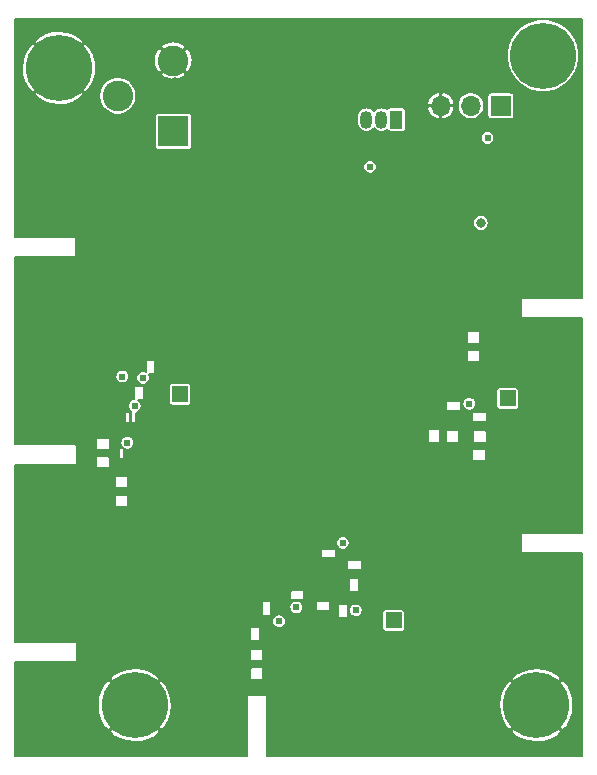
<source format=gbr>
G04 #@! TF.GenerationSoftware,KiCad,Pcbnew,(5.1.5)-3*
G04 #@! TF.CreationDate,2020-05-10T15:52:49-07:00*
G04 #@! TF.ProjectId,april_proj,61707269-6c5f-4707-926f-6a2e6b696361,rev?*
G04 #@! TF.SameCoordinates,Original*
G04 #@! TF.FileFunction,Copper,L2,Inr*
G04 #@! TF.FilePolarity,Positive*
%FSLAX46Y46*%
G04 Gerber Fmt 4.6, Leading zero omitted, Abs format (unit mm)*
G04 Created by KiCad (PCBNEW (5.1.5)-3) date 2020-05-10 15:52:49*
%MOMM*%
%LPD*%
G04 APERTURE LIST*
%ADD10C,5.599999*%
%ADD11R,1.350000X1.350000*%
%ADD12O,1.700000X1.700000*%
%ADD13R,1.700000X1.700000*%
%ADD14C,2.600000*%
%ADD15R,2.600000X2.600000*%
%ADD16O,1.050000X1.500000*%
%ADD17R,1.050000X1.500000*%
%ADD18C,0.609600*%
%ADD19C,0.800000*%
%ADD20C,0.152400*%
G04 APERTURE END LIST*
D10*
X74950000Y-23875000D03*
X40375000Y-78875000D03*
X74375000Y-78875000D03*
X33975000Y-24925000D03*
D11*
X71950000Y-52900000D03*
X62300000Y-71700000D03*
X44225000Y-52550000D03*
D12*
X66295000Y-28125000D03*
X68835000Y-28125000D03*
D13*
X71375000Y-28125000D03*
D14*
X38942004Y-27293122D03*
X43642004Y-24293122D03*
D15*
X43642004Y-30293122D03*
D16*
X61265000Y-29290000D03*
X59995000Y-29290000D03*
D17*
X62535000Y-29290000D03*
D18*
X47350000Y-77875000D03*
X45300000Y-77775000D03*
X39750000Y-56650000D03*
X38875000Y-51825000D03*
X41075000Y-51175000D03*
X40375000Y-53550000D03*
X39325000Y-51050000D03*
X41850000Y-51425000D03*
X35700000Y-77475000D03*
X35775000Y-79700000D03*
X70275000Y-31675000D03*
X70225000Y-49550000D03*
X35700000Y-43125000D03*
X35600000Y-60900000D03*
X53725000Y-77800000D03*
X56025000Y-77700000D03*
X35500000Y-37075000D03*
X35750000Y-54525000D03*
X47750000Y-49100000D03*
X56325000Y-30725000D03*
X65350000Y-33825000D03*
X73000000Y-61850000D03*
X68450000Y-54500000D03*
X72900000Y-68350000D03*
D19*
X73000000Y-48250000D03*
X73000000Y-50500000D03*
D18*
X73000000Y-42250000D03*
X73000000Y-39750000D03*
X68675000Y-41350000D03*
D19*
X45572004Y-24403122D03*
X43822003Y-26153123D03*
X43822003Y-22403122D03*
D18*
X58900000Y-69725000D03*
X35625000Y-62925000D03*
X35750000Y-52175000D03*
X35500000Y-45575000D03*
X35500000Y-34475000D03*
X72900000Y-70300000D03*
X62875000Y-64550000D03*
X73000000Y-59850000D03*
X68650000Y-31575000D03*
X50650000Y-71750000D03*
X57711827Y-66956066D03*
D19*
X41572004Y-24403124D03*
D18*
X56100000Y-68825000D03*
X60350000Y-34125000D03*
X39200000Y-55500000D03*
X35650000Y-71200000D03*
X35575000Y-69050000D03*
D19*
X69675000Y-38050000D03*
D18*
X59100000Y-70850000D03*
X68700000Y-53350000D03*
X52600000Y-71775000D03*
X58000000Y-65150000D03*
X54050000Y-70600000D03*
X60300000Y-33300000D03*
X70250000Y-30850000D03*
D20*
G36*
X78246401Y-44423800D02*
G01*
X73175000Y-44423800D01*
X73160134Y-44425264D01*
X73145840Y-44429600D01*
X73132666Y-44436642D01*
X73121118Y-44446118D01*
X73111642Y-44457666D01*
X73104600Y-44470840D01*
X73100264Y-44485134D01*
X73098800Y-44500000D01*
X73098800Y-46000000D01*
X73100264Y-46014866D01*
X73104600Y-46029160D01*
X73111642Y-46042334D01*
X73121118Y-46053882D01*
X73132666Y-46063358D01*
X73145840Y-46070400D01*
X73160134Y-46074736D01*
X73175000Y-46076200D01*
X78246401Y-46076200D01*
X78246400Y-64273800D01*
X73150000Y-64273800D01*
X73135134Y-64275264D01*
X73120840Y-64279600D01*
X73107666Y-64286642D01*
X73096118Y-64296118D01*
X73086642Y-64307666D01*
X73079600Y-64320840D01*
X73075264Y-64335134D01*
X73073800Y-64350000D01*
X73073800Y-65900000D01*
X73075264Y-65914866D01*
X73079600Y-65929160D01*
X73086642Y-65942334D01*
X73096118Y-65953882D01*
X73107666Y-65963358D01*
X73120840Y-65970400D01*
X73135134Y-65974736D01*
X73150000Y-65976200D01*
X78246400Y-65976200D01*
X78246400Y-83146400D01*
X51551200Y-83146400D01*
X51551200Y-81076346D01*
X72245496Y-81076346D01*
X72567552Y-81449166D01*
X73104476Y-81752319D01*
X73690226Y-81944899D01*
X74302291Y-82019505D01*
X74917151Y-81973270D01*
X75511176Y-81807969D01*
X76061538Y-81529956D01*
X76182448Y-81449166D01*
X76504504Y-81076346D01*
X74375000Y-78946842D01*
X72245496Y-81076346D01*
X51551200Y-81076346D01*
X51551200Y-78802291D01*
X71230495Y-78802291D01*
X71276730Y-79417151D01*
X71442031Y-80011176D01*
X71720044Y-80561538D01*
X71800834Y-80682448D01*
X72173654Y-81004504D01*
X74303158Y-78875000D01*
X74446842Y-78875000D01*
X76576346Y-81004504D01*
X76949166Y-80682448D01*
X77252319Y-80145524D01*
X77444899Y-79559774D01*
X77519505Y-78947709D01*
X77473270Y-78332849D01*
X77307969Y-77738824D01*
X77029956Y-77188462D01*
X76949166Y-77067552D01*
X76576346Y-76745496D01*
X74446842Y-78875000D01*
X74303158Y-78875000D01*
X72173654Y-76745496D01*
X71800834Y-77067552D01*
X71497681Y-77604476D01*
X71305101Y-78190226D01*
X71230495Y-78802291D01*
X51551200Y-78802291D01*
X51551200Y-78099386D01*
X51549736Y-78084520D01*
X51545400Y-78070226D01*
X51538358Y-78057052D01*
X51528882Y-78045504D01*
X51517334Y-78036028D01*
X51504160Y-78028986D01*
X51489866Y-78024650D01*
X51475000Y-78023186D01*
X49975000Y-78023186D01*
X49960134Y-78024650D01*
X49945840Y-78028986D01*
X49932666Y-78036028D01*
X49921118Y-78045504D01*
X49911642Y-78057052D01*
X49904600Y-78070226D01*
X49900264Y-78084520D01*
X49898800Y-78099386D01*
X49898800Y-83146400D01*
X30253600Y-83146400D01*
X30253600Y-81076346D01*
X38245496Y-81076346D01*
X38567552Y-81449166D01*
X39104476Y-81752319D01*
X39690226Y-81944899D01*
X40302291Y-82019505D01*
X40917151Y-81973270D01*
X41511176Y-81807969D01*
X42061538Y-81529956D01*
X42182448Y-81449166D01*
X42504504Y-81076346D01*
X40375000Y-78946842D01*
X38245496Y-81076346D01*
X30253600Y-81076346D01*
X30253600Y-78802291D01*
X37230495Y-78802291D01*
X37276730Y-79417151D01*
X37442031Y-80011176D01*
X37720044Y-80561538D01*
X37800834Y-80682448D01*
X38173654Y-81004504D01*
X40303158Y-78875000D01*
X40446842Y-78875000D01*
X42576346Y-81004504D01*
X42949166Y-80682448D01*
X43252319Y-80145524D01*
X43444899Y-79559774D01*
X43519505Y-78947709D01*
X43473270Y-78332849D01*
X43307969Y-77738824D01*
X43029956Y-77188462D01*
X42949166Y-77067552D01*
X42576346Y-76745496D01*
X40446842Y-78875000D01*
X40303158Y-78875000D01*
X38173654Y-76745496D01*
X37800834Y-77067552D01*
X37497681Y-77604476D01*
X37305101Y-78190226D01*
X37230495Y-78802291D01*
X30253600Y-78802291D01*
X30253600Y-76673654D01*
X38245496Y-76673654D01*
X40375000Y-78803158D01*
X42504504Y-76673654D01*
X42182448Y-76300834D01*
X41645524Y-75997681D01*
X41059774Y-75805101D01*
X40608581Y-75750104D01*
X50148800Y-75750104D01*
X50150010Y-76633987D01*
X50151474Y-76648749D01*
X50155810Y-76663043D01*
X50162852Y-76676217D01*
X50172328Y-76687765D01*
X50183876Y-76697241D01*
X50197050Y-76704283D01*
X50211344Y-76708619D01*
X50226210Y-76710083D01*
X51180805Y-76710083D01*
X51195773Y-76708598D01*
X51210062Y-76704243D01*
X51223226Y-76697183D01*
X51234760Y-76687691D01*
X51244221Y-76676131D01*
X51245540Y-76673654D01*
X72245496Y-76673654D01*
X74375000Y-78803158D01*
X76504504Y-76673654D01*
X76182448Y-76300834D01*
X75645524Y-75997681D01*
X75059774Y-75805101D01*
X74447709Y-75730495D01*
X73832849Y-75776730D01*
X73238824Y-75942031D01*
X72688462Y-76220044D01*
X72567552Y-76300834D01*
X72245496Y-76673654D01*
X51245540Y-76673654D01*
X51251245Y-76662947D01*
X51255561Y-76648646D01*
X51257005Y-76633779D01*
X51255794Y-75749896D01*
X51254330Y-75735134D01*
X51249994Y-75720840D01*
X51242952Y-75707666D01*
X51233476Y-75696118D01*
X51221928Y-75686642D01*
X51208754Y-75679600D01*
X51194460Y-75675264D01*
X51179594Y-75673800D01*
X50225000Y-75673800D01*
X50210032Y-75675285D01*
X50195743Y-75679640D01*
X50182579Y-75686700D01*
X50171045Y-75696192D01*
X50161584Y-75707752D01*
X50154561Y-75720936D01*
X50150244Y-75735236D01*
X50148800Y-75750104D01*
X40608581Y-75750104D01*
X40447709Y-75730495D01*
X39832849Y-75776730D01*
X39238824Y-75942031D01*
X38688462Y-76220044D01*
X38567552Y-76300834D01*
X38245496Y-76673654D01*
X30253600Y-76673654D01*
X30253600Y-75201810D01*
X35399639Y-75226199D01*
X35414866Y-75224736D01*
X35429160Y-75220400D01*
X35442334Y-75213358D01*
X35453882Y-75203882D01*
X35463358Y-75192334D01*
X35470400Y-75179160D01*
X35474736Y-75164866D01*
X35476200Y-75150000D01*
X35476200Y-74175104D01*
X50148800Y-74175104D01*
X50150010Y-75058987D01*
X50151474Y-75073749D01*
X50155810Y-75088043D01*
X50162852Y-75101217D01*
X50172328Y-75112765D01*
X50183876Y-75122241D01*
X50197050Y-75129283D01*
X50211344Y-75133619D01*
X50226210Y-75135083D01*
X51180805Y-75135083D01*
X51195773Y-75133598D01*
X51210062Y-75129243D01*
X51223226Y-75122183D01*
X51234760Y-75112691D01*
X51244221Y-75101131D01*
X51251245Y-75087947D01*
X51255561Y-75073646D01*
X51257005Y-75058779D01*
X51255794Y-74174896D01*
X51254330Y-74160134D01*
X51249994Y-74145840D01*
X51242952Y-74132666D01*
X51233476Y-74121118D01*
X51221928Y-74111642D01*
X51208754Y-74104600D01*
X51194460Y-74100264D01*
X51179594Y-74098800D01*
X50225000Y-74098800D01*
X50210032Y-74100285D01*
X50195743Y-74104640D01*
X50182579Y-74111700D01*
X50171045Y-74121192D01*
X50161584Y-74132752D01*
X50154561Y-74145936D01*
X50150244Y-74160236D01*
X50148800Y-74175104D01*
X35476200Y-74175104D01*
X35476200Y-73600000D01*
X35474736Y-73585134D01*
X35470400Y-73570840D01*
X35463358Y-73557666D01*
X35453882Y-73546118D01*
X35442334Y-73536642D01*
X35429160Y-73529600D01*
X35414866Y-73525264D01*
X35400000Y-73523800D01*
X30253600Y-73523800D01*
X30253600Y-73400000D01*
X50173800Y-73400000D01*
X50175264Y-73414866D01*
X50179600Y-73429160D01*
X50186642Y-73442334D01*
X50196118Y-73453882D01*
X50207666Y-73463358D01*
X50220840Y-73470400D01*
X50235134Y-73474736D01*
X50250000Y-73476200D01*
X50900000Y-73476200D01*
X50914866Y-73474736D01*
X50929160Y-73470400D01*
X50942334Y-73463358D01*
X50953882Y-73453882D01*
X50963358Y-73442334D01*
X50970400Y-73429160D01*
X50974736Y-73414866D01*
X50976200Y-73400000D01*
X50976200Y-72325000D01*
X50974736Y-72310134D01*
X50970400Y-72295840D01*
X50963358Y-72282666D01*
X50953882Y-72271118D01*
X50942334Y-72261642D01*
X50929160Y-72254600D01*
X50914866Y-72250264D01*
X50900000Y-72248800D01*
X50250001Y-72248800D01*
X50235135Y-72250264D01*
X50220841Y-72254600D01*
X50207667Y-72261642D01*
X50196120Y-72271118D01*
X50186643Y-72282665D01*
X50179601Y-72295839D01*
X50175265Y-72310134D01*
X50173801Y-72325000D01*
X50173800Y-73400000D01*
X30253600Y-73400000D01*
X30253600Y-71717777D01*
X52019000Y-71717777D01*
X52019000Y-71832223D01*
X52041328Y-71944471D01*
X52085125Y-72050207D01*
X52148708Y-72145366D01*
X52229634Y-72226292D01*
X52324793Y-72289875D01*
X52430529Y-72333672D01*
X52542777Y-72356000D01*
X52657223Y-72356000D01*
X52769471Y-72333672D01*
X52875207Y-72289875D01*
X52970366Y-72226292D01*
X53051292Y-72145366D01*
X53114875Y-72050207D01*
X53158672Y-71944471D01*
X53181000Y-71832223D01*
X53181000Y-71717777D01*
X53158672Y-71605529D01*
X53114875Y-71499793D01*
X53051292Y-71404634D01*
X52970366Y-71323708D01*
X52875207Y-71260125D01*
X52769471Y-71216328D01*
X52657223Y-71194000D01*
X52542777Y-71194000D01*
X52430529Y-71216328D01*
X52324793Y-71260125D01*
X52229634Y-71323708D01*
X52148708Y-71404634D01*
X52085125Y-71499793D01*
X52041328Y-71605529D01*
X52019000Y-71717777D01*
X30253600Y-71717777D01*
X30253600Y-71225000D01*
X51123800Y-71225000D01*
X51125264Y-71239866D01*
X51129600Y-71254160D01*
X51136642Y-71267334D01*
X51146118Y-71278882D01*
X51157666Y-71288358D01*
X51170840Y-71295400D01*
X51185134Y-71299736D01*
X51200000Y-71301200D01*
X51850000Y-71301200D01*
X51864866Y-71299736D01*
X51879160Y-71295400D01*
X51892334Y-71288358D01*
X51903882Y-71278882D01*
X51913358Y-71267334D01*
X51920400Y-71254160D01*
X51924736Y-71239866D01*
X51926200Y-71225000D01*
X51926200Y-70542777D01*
X53469000Y-70542777D01*
X53469000Y-70657223D01*
X53491328Y-70769471D01*
X53535125Y-70875207D01*
X53598708Y-70970366D01*
X53679634Y-71051292D01*
X53774793Y-71114875D01*
X53880529Y-71158672D01*
X53992777Y-71181000D01*
X54107223Y-71181000D01*
X54219471Y-71158672D01*
X54325207Y-71114875D01*
X54420366Y-71051292D01*
X54501292Y-70970366D01*
X54564875Y-70875207D01*
X54608672Y-70769471D01*
X54631000Y-70657223D01*
X54631000Y-70542777D01*
X54608672Y-70430529D01*
X54564875Y-70324793D01*
X54501292Y-70229634D01*
X54421658Y-70150000D01*
X55724539Y-70150000D01*
X55724539Y-70825000D01*
X55726003Y-70839866D01*
X55730339Y-70854160D01*
X55737381Y-70867334D01*
X55746857Y-70878882D01*
X55758405Y-70888358D01*
X55771579Y-70895400D01*
X55785873Y-70899736D01*
X55800739Y-70901200D01*
X56875739Y-70901200D01*
X56890605Y-70899736D01*
X56904899Y-70895400D01*
X56918073Y-70888358D01*
X56929621Y-70878882D01*
X56939097Y-70867334D01*
X56946139Y-70854160D01*
X56950475Y-70839866D01*
X56951939Y-70825000D01*
X56951939Y-70350000D01*
X57598799Y-70350000D01*
X57598799Y-71425000D01*
X57600263Y-71439866D01*
X57604599Y-71454160D01*
X57611641Y-71467334D01*
X57621117Y-71478882D01*
X57632665Y-71488358D01*
X57645839Y-71495400D01*
X57660133Y-71499736D01*
X57674999Y-71501200D01*
X58325000Y-71501200D01*
X58339866Y-71499736D01*
X58354160Y-71495400D01*
X58367334Y-71488358D01*
X58378882Y-71478882D01*
X58388358Y-71467334D01*
X58395400Y-71454160D01*
X58399736Y-71439866D01*
X58401200Y-71425000D01*
X58401200Y-70792777D01*
X58519000Y-70792777D01*
X58519000Y-70907223D01*
X58541328Y-71019471D01*
X58585125Y-71125207D01*
X58648708Y-71220366D01*
X58729634Y-71301292D01*
X58824793Y-71364875D01*
X58930529Y-71408672D01*
X59042777Y-71431000D01*
X59157223Y-71431000D01*
X59269471Y-71408672D01*
X59375207Y-71364875D01*
X59470366Y-71301292D01*
X59551292Y-71220366D01*
X59614875Y-71125207D01*
X59656381Y-71025000D01*
X61347464Y-71025000D01*
X61347464Y-72375000D01*
X61352797Y-72429145D01*
X61368590Y-72481208D01*
X61394237Y-72529191D01*
X61428752Y-72571248D01*
X61470809Y-72605763D01*
X61518792Y-72631410D01*
X61570855Y-72647203D01*
X61625000Y-72652536D01*
X62975000Y-72652536D01*
X63029145Y-72647203D01*
X63081208Y-72631410D01*
X63129191Y-72605763D01*
X63171248Y-72571248D01*
X63205763Y-72529191D01*
X63231410Y-72481208D01*
X63247203Y-72429145D01*
X63252536Y-72375000D01*
X63252536Y-71025000D01*
X63247203Y-70970855D01*
X63231410Y-70918792D01*
X63205763Y-70870809D01*
X63171248Y-70828752D01*
X63129191Y-70794237D01*
X63081208Y-70768590D01*
X63029145Y-70752797D01*
X62975000Y-70747464D01*
X61625000Y-70747464D01*
X61570855Y-70752797D01*
X61518792Y-70768590D01*
X61470809Y-70794237D01*
X61428752Y-70828752D01*
X61394237Y-70870809D01*
X61368590Y-70918792D01*
X61352797Y-70970855D01*
X61347464Y-71025000D01*
X59656381Y-71025000D01*
X59658672Y-71019471D01*
X59681000Y-70907223D01*
X59681000Y-70792777D01*
X59658672Y-70680529D01*
X59614875Y-70574793D01*
X59551292Y-70479634D01*
X59470366Y-70398708D01*
X59375207Y-70335125D01*
X59269471Y-70291328D01*
X59157223Y-70269000D01*
X59042777Y-70269000D01*
X58930529Y-70291328D01*
X58824793Y-70335125D01*
X58729634Y-70398708D01*
X58648708Y-70479634D01*
X58585125Y-70574793D01*
X58541328Y-70680529D01*
X58519000Y-70792777D01*
X58401200Y-70792777D01*
X58401200Y-70350000D01*
X58399736Y-70335134D01*
X58395400Y-70320840D01*
X58388358Y-70307666D01*
X58378882Y-70296118D01*
X58367334Y-70286642D01*
X58354160Y-70279600D01*
X58339866Y-70275264D01*
X58325000Y-70273800D01*
X57674999Y-70273800D01*
X57660133Y-70275264D01*
X57645839Y-70279600D01*
X57632665Y-70286642D01*
X57621117Y-70296118D01*
X57611641Y-70307666D01*
X57604599Y-70320840D01*
X57600263Y-70335134D01*
X57598799Y-70350000D01*
X56951939Y-70350000D01*
X56951939Y-70150000D01*
X56950475Y-70135134D01*
X56946139Y-70120840D01*
X56939097Y-70107666D01*
X56929621Y-70096118D01*
X56918073Y-70086642D01*
X56904899Y-70079600D01*
X56890605Y-70075264D01*
X56875739Y-70073800D01*
X55800739Y-70073800D01*
X55785873Y-70075264D01*
X55771579Y-70079600D01*
X55758405Y-70086642D01*
X55746857Y-70096118D01*
X55737381Y-70107666D01*
X55730339Y-70120840D01*
X55726003Y-70135134D01*
X55724539Y-70150000D01*
X54421658Y-70150000D01*
X54420366Y-70148708D01*
X54325207Y-70085125D01*
X54219471Y-70041328D01*
X54107223Y-70019000D01*
X53992777Y-70019000D01*
X53880529Y-70041328D01*
X53774793Y-70085125D01*
X53679634Y-70148708D01*
X53598708Y-70229634D01*
X53535125Y-70324793D01*
X53491328Y-70430529D01*
X53469000Y-70542777D01*
X51926200Y-70542777D01*
X51926200Y-70150000D01*
X51924736Y-70135134D01*
X51920400Y-70120840D01*
X51913358Y-70107666D01*
X51903882Y-70096118D01*
X51892334Y-70086642D01*
X51879160Y-70079600D01*
X51864866Y-70075264D01*
X51850000Y-70073800D01*
X51200001Y-70073800D01*
X51185135Y-70075264D01*
X51170841Y-70079600D01*
X51157667Y-70086642D01*
X51146120Y-70096118D01*
X51136643Y-70107665D01*
X51129601Y-70120839D01*
X51125265Y-70135134D01*
X51123801Y-70150000D01*
X51123800Y-71225000D01*
X30253600Y-71225000D01*
X30253600Y-69225000D01*
X53548800Y-69225000D01*
X53548800Y-69875000D01*
X53550264Y-69889866D01*
X53554600Y-69904160D01*
X53561642Y-69917334D01*
X53571118Y-69928882D01*
X53582666Y-69938358D01*
X53595840Y-69945400D01*
X53610134Y-69949736D01*
X53625000Y-69951200D01*
X54675000Y-69951200D01*
X54689866Y-69949736D01*
X54704160Y-69945400D01*
X54717334Y-69938358D01*
X54728882Y-69928882D01*
X54738358Y-69917334D01*
X54745400Y-69904160D01*
X54749736Y-69889866D01*
X54751200Y-69875000D01*
X54751200Y-69225000D01*
X54749736Y-69210134D01*
X54745400Y-69195840D01*
X54738358Y-69182666D01*
X54728882Y-69171118D01*
X54717334Y-69161642D01*
X54704160Y-69154600D01*
X54689866Y-69150264D01*
X54675000Y-69148800D01*
X53625000Y-69148800D01*
X53610134Y-69150264D01*
X53595840Y-69154600D01*
X53582666Y-69161642D01*
X53571118Y-69171118D01*
X53561642Y-69182666D01*
X53554600Y-69195840D01*
X53550264Y-69210134D01*
X53548800Y-69225000D01*
X30253600Y-69225000D01*
X30253600Y-68142421D01*
X58548800Y-68142421D01*
X58548800Y-69217421D01*
X58550264Y-69232287D01*
X58554600Y-69246581D01*
X58561642Y-69259755D01*
X58571118Y-69271303D01*
X58582666Y-69280779D01*
X58595840Y-69287821D01*
X58610134Y-69292157D01*
X58625000Y-69293621D01*
X59275001Y-69293621D01*
X59289867Y-69292157D01*
X59304161Y-69287821D01*
X59317335Y-69280779D01*
X59328883Y-69271303D01*
X59338359Y-69259755D01*
X59345401Y-69246581D01*
X59349737Y-69232287D01*
X59351201Y-69217421D01*
X59351201Y-68142421D01*
X59349737Y-68127555D01*
X59345401Y-68113261D01*
X59338359Y-68100087D01*
X59328883Y-68088539D01*
X59317335Y-68079063D01*
X59304161Y-68072021D01*
X59289867Y-68067685D01*
X59275001Y-68066221D01*
X58625000Y-68066221D01*
X58610134Y-68067685D01*
X58595840Y-68072021D01*
X58582666Y-68079063D01*
X58571118Y-68088539D01*
X58561642Y-68100087D01*
X58554600Y-68113261D01*
X58550264Y-68127555D01*
X58548800Y-68142421D01*
X30253600Y-68142421D01*
X30253600Y-66650000D01*
X58383248Y-66650000D01*
X58383248Y-67350000D01*
X58384712Y-67364866D01*
X58389048Y-67379160D01*
X58396090Y-67392334D01*
X58405566Y-67403882D01*
X58417114Y-67413358D01*
X58430288Y-67420400D01*
X58444582Y-67424736D01*
X58459448Y-67426200D01*
X59534448Y-67426200D01*
X59549314Y-67424736D01*
X59563608Y-67420400D01*
X59576782Y-67413358D01*
X59588330Y-67403882D01*
X59597806Y-67392334D01*
X59604848Y-67379160D01*
X59609184Y-67364866D01*
X59610648Y-67350000D01*
X59610648Y-66650000D01*
X59609184Y-66635134D01*
X59604848Y-66620840D01*
X59597806Y-66607666D01*
X59588330Y-66596118D01*
X59576782Y-66586642D01*
X59563608Y-66579600D01*
X59549314Y-66575264D01*
X59534448Y-66573800D01*
X58459448Y-66573800D01*
X58444582Y-66575264D01*
X58430288Y-66579600D01*
X58417114Y-66586642D01*
X58405566Y-66596118D01*
X58396090Y-66607666D01*
X58389048Y-66620840D01*
X58384712Y-66635134D01*
X58383248Y-66650000D01*
X30253600Y-66650000D01*
X30253600Y-65700000D01*
X56191753Y-65700000D01*
X56191753Y-66374998D01*
X56193217Y-66389864D01*
X56197553Y-66404158D01*
X56204595Y-66417332D01*
X56214071Y-66428879D01*
X56225618Y-66438356D01*
X56238792Y-66445398D01*
X56253087Y-66449734D01*
X56267953Y-66451198D01*
X57342954Y-66451201D01*
X57357820Y-66449737D01*
X57372115Y-66445401D01*
X57385289Y-66438359D01*
X57396836Y-66428882D01*
X57406312Y-66417335D01*
X57413354Y-66404161D01*
X57417690Y-66389867D01*
X57419154Y-66375001D01*
X57419153Y-65700000D01*
X57417689Y-65685134D01*
X57413353Y-65670840D01*
X57406311Y-65657666D01*
X57396835Y-65646118D01*
X57385287Y-65636642D01*
X57372113Y-65629600D01*
X57357819Y-65625264D01*
X57342953Y-65623800D01*
X56267953Y-65623800D01*
X56253087Y-65625264D01*
X56238793Y-65629600D01*
X56225619Y-65636642D01*
X56214071Y-65646118D01*
X56204595Y-65657666D01*
X56197553Y-65670840D01*
X56193217Y-65685134D01*
X56191753Y-65700000D01*
X30253600Y-65700000D01*
X30253600Y-65092777D01*
X57419000Y-65092777D01*
X57419000Y-65207223D01*
X57441328Y-65319471D01*
X57485125Y-65425207D01*
X57548708Y-65520366D01*
X57629634Y-65601292D01*
X57724793Y-65664875D01*
X57830529Y-65708672D01*
X57942777Y-65731000D01*
X58057223Y-65731000D01*
X58169471Y-65708672D01*
X58275207Y-65664875D01*
X58370366Y-65601292D01*
X58451292Y-65520366D01*
X58514875Y-65425207D01*
X58558672Y-65319471D01*
X58581000Y-65207223D01*
X58581000Y-65092777D01*
X58558672Y-64980529D01*
X58514875Y-64874793D01*
X58451292Y-64779634D01*
X58370366Y-64698708D01*
X58275207Y-64635125D01*
X58169471Y-64591328D01*
X58057223Y-64569000D01*
X57942777Y-64569000D01*
X57830529Y-64591328D01*
X57724793Y-64635125D01*
X57629634Y-64698708D01*
X57548708Y-64779634D01*
X57485125Y-64874793D01*
X57441328Y-64980529D01*
X57419000Y-65092777D01*
X30253600Y-65092777D01*
X30253600Y-61150000D01*
X38698800Y-61150000D01*
X38698800Y-62025000D01*
X38700264Y-62039866D01*
X38704600Y-62054160D01*
X38711642Y-62067334D01*
X38721118Y-62078882D01*
X38732666Y-62088358D01*
X38745840Y-62095400D01*
X38760134Y-62099736D01*
X38775000Y-62101200D01*
X39775000Y-62101200D01*
X39789866Y-62099736D01*
X39804160Y-62095400D01*
X39817334Y-62088358D01*
X39828882Y-62078882D01*
X39838358Y-62067334D01*
X39845400Y-62054160D01*
X39849736Y-62039866D01*
X39851200Y-62025000D01*
X39851200Y-61150000D01*
X39849736Y-61135134D01*
X39845400Y-61120840D01*
X39838358Y-61107666D01*
X39828882Y-61096118D01*
X39817334Y-61086642D01*
X39804160Y-61079600D01*
X39789866Y-61075264D01*
X39775000Y-61073800D01*
X38775000Y-61073800D01*
X38760134Y-61075264D01*
X38745840Y-61079600D01*
X38732666Y-61086642D01*
X38721118Y-61096118D01*
X38711642Y-61107666D01*
X38704600Y-61120840D01*
X38700264Y-61135134D01*
X38698800Y-61150000D01*
X30253600Y-61150000D01*
X30253600Y-59575000D01*
X38698800Y-59575000D01*
X38698800Y-60450000D01*
X38700264Y-60464866D01*
X38704600Y-60479160D01*
X38711642Y-60492334D01*
X38721118Y-60503882D01*
X38732666Y-60513358D01*
X38745840Y-60520400D01*
X38760134Y-60524736D01*
X38775000Y-60526200D01*
X39775000Y-60526200D01*
X39789866Y-60524736D01*
X39804160Y-60520400D01*
X39817334Y-60513358D01*
X39828882Y-60503882D01*
X39838358Y-60492334D01*
X39845400Y-60479160D01*
X39849736Y-60464866D01*
X39851200Y-60450000D01*
X39851200Y-59575000D01*
X39849736Y-59560134D01*
X39845400Y-59545840D01*
X39838358Y-59532666D01*
X39828882Y-59521118D01*
X39817334Y-59511642D01*
X39804160Y-59504600D01*
X39789866Y-59500264D01*
X39775000Y-59498800D01*
X38775000Y-59498800D01*
X38760134Y-59500264D01*
X38745840Y-59504600D01*
X38732666Y-59511642D01*
X38721118Y-59521118D01*
X38711642Y-59532666D01*
X38704600Y-59545840D01*
X38700264Y-59560134D01*
X38698800Y-59575000D01*
X30253600Y-59575000D01*
X30253600Y-58551200D01*
X35378767Y-58551200D01*
X35393633Y-58549736D01*
X35407927Y-58545400D01*
X35421101Y-58538358D01*
X35432649Y-58528882D01*
X35442125Y-58517334D01*
X35449167Y-58504160D01*
X35453503Y-58489866D01*
X35454967Y-58475000D01*
X35454967Y-57875000D01*
X37098800Y-57875000D01*
X37098800Y-58750000D01*
X37100264Y-58764866D01*
X37104600Y-58779160D01*
X37111642Y-58792334D01*
X37121118Y-58803882D01*
X37132666Y-58813358D01*
X37145840Y-58820400D01*
X37160134Y-58824736D01*
X37175000Y-58826200D01*
X38175000Y-58826200D01*
X38189866Y-58824736D01*
X38204160Y-58820400D01*
X38217334Y-58813358D01*
X38228882Y-58803882D01*
X38238358Y-58792334D01*
X38245400Y-58779160D01*
X38249736Y-58764866D01*
X38251200Y-58750000D01*
X38251200Y-57875000D01*
X38249736Y-57860134D01*
X38245400Y-57845840D01*
X38238358Y-57832666D01*
X38228882Y-57821118D01*
X38217334Y-57811642D01*
X38204160Y-57804600D01*
X38189866Y-57800264D01*
X38175000Y-57798800D01*
X37175000Y-57798800D01*
X37160134Y-57800264D01*
X37145840Y-57804600D01*
X37132666Y-57811642D01*
X37121118Y-57821118D01*
X37111642Y-57832666D01*
X37104600Y-57845840D01*
X37100264Y-57860134D01*
X37098800Y-57875000D01*
X35454967Y-57875000D01*
X35454967Y-56875000D01*
X35453503Y-56860134D01*
X35449167Y-56845840D01*
X35442125Y-56832666D01*
X35432649Y-56821118D01*
X35421101Y-56811642D01*
X35407927Y-56804600D01*
X35393633Y-56800264D01*
X35378767Y-56798800D01*
X30253600Y-56798800D01*
X30253600Y-56300000D01*
X37073800Y-56300000D01*
X37073800Y-57200000D01*
X37075264Y-57214866D01*
X37079600Y-57229160D01*
X37086642Y-57242334D01*
X37096118Y-57253882D01*
X37107666Y-57263358D01*
X37120840Y-57270400D01*
X37135134Y-57274736D01*
X37150000Y-57276200D01*
X38175000Y-57276200D01*
X38189866Y-57274736D01*
X38204160Y-57270400D01*
X38217334Y-57263358D01*
X38228882Y-57253882D01*
X38238358Y-57242334D01*
X38245400Y-57229160D01*
X38249736Y-57214866D01*
X38251200Y-57200000D01*
X38251200Y-57175000D01*
X39048800Y-57175000D01*
X39048800Y-57975000D01*
X39050264Y-57989866D01*
X39054600Y-58004160D01*
X39061642Y-58017334D01*
X39071118Y-58028882D01*
X39082666Y-58038358D01*
X39095840Y-58045400D01*
X39110134Y-58049736D01*
X39125000Y-58051200D01*
X39425000Y-58051200D01*
X39439866Y-58049736D01*
X39454160Y-58045400D01*
X39467334Y-58038358D01*
X39478882Y-58028882D01*
X39488358Y-58017334D01*
X39495400Y-58004160D01*
X39499736Y-57989866D01*
X39501200Y-57975000D01*
X39501200Y-57250000D01*
X68973800Y-57250000D01*
X68973800Y-58150000D01*
X68975264Y-58164866D01*
X68979600Y-58179160D01*
X68986642Y-58192334D01*
X68996118Y-58203882D01*
X69007666Y-58213358D01*
X69020840Y-58220400D01*
X69035134Y-58224736D01*
X69050000Y-58226200D01*
X70050000Y-58226200D01*
X70064866Y-58224736D01*
X70079160Y-58220400D01*
X70092334Y-58213358D01*
X70103882Y-58203882D01*
X70113358Y-58192334D01*
X70120400Y-58179160D01*
X70124736Y-58164866D01*
X70126200Y-58150000D01*
X70126200Y-57250000D01*
X70124736Y-57235134D01*
X70120400Y-57220840D01*
X70113358Y-57207666D01*
X70103882Y-57196118D01*
X70092334Y-57186642D01*
X70079160Y-57179600D01*
X70064866Y-57175264D01*
X70050000Y-57173800D01*
X69050000Y-57173800D01*
X69035134Y-57175264D01*
X69020840Y-57179600D01*
X69007666Y-57186642D01*
X68996118Y-57196118D01*
X68986642Y-57207666D01*
X68979600Y-57220840D01*
X68975264Y-57235134D01*
X68973800Y-57250000D01*
X39501200Y-57250000D01*
X39501200Y-57175813D01*
X39580529Y-57208672D01*
X39692777Y-57231000D01*
X39807223Y-57231000D01*
X39919471Y-57208672D01*
X40025207Y-57164875D01*
X40120366Y-57101292D01*
X40201292Y-57020366D01*
X40264875Y-56925207D01*
X40308672Y-56819471D01*
X40331000Y-56707223D01*
X40331000Y-56592777D01*
X40308672Y-56480529D01*
X40264875Y-56374793D01*
X40201292Y-56279634D01*
X40120366Y-56198708D01*
X40025207Y-56135125D01*
X39919471Y-56091328D01*
X39807223Y-56069000D01*
X39692777Y-56069000D01*
X39580529Y-56091328D01*
X39474793Y-56135125D01*
X39379634Y-56198708D01*
X39298708Y-56279634D01*
X39235125Y-56374793D01*
X39191328Y-56480529D01*
X39169000Y-56592777D01*
X39169000Y-56707223D01*
X39191328Y-56819471D01*
X39235125Y-56925207D01*
X39298708Y-57020366D01*
X39377142Y-57098800D01*
X39125000Y-57098800D01*
X39110134Y-57100264D01*
X39095840Y-57104600D01*
X39082666Y-57111642D01*
X39071118Y-57121118D01*
X39061642Y-57132666D01*
X39054600Y-57145840D01*
X39050264Y-57160134D01*
X39048800Y-57175000D01*
X38251200Y-57175000D01*
X38251200Y-56300000D01*
X38249736Y-56285134D01*
X38245400Y-56270840D01*
X38238358Y-56257666D01*
X38228882Y-56246118D01*
X38217334Y-56236642D01*
X38204160Y-56229600D01*
X38189866Y-56225264D01*
X38175000Y-56223800D01*
X37150000Y-56223800D01*
X37135134Y-56225264D01*
X37120840Y-56229600D01*
X37107666Y-56236642D01*
X37096118Y-56246118D01*
X37086642Y-56257666D01*
X37079600Y-56270840D01*
X37075264Y-56285134D01*
X37073800Y-56300000D01*
X30253600Y-56300000D01*
X30253600Y-55600001D01*
X65173799Y-55600001D01*
X65173799Y-56600000D01*
X65175263Y-56614866D01*
X65179599Y-56629160D01*
X65186641Y-56642334D01*
X65196117Y-56653882D01*
X65207665Y-56663358D01*
X65220839Y-56670400D01*
X65235133Y-56674736D01*
X65249999Y-56676200D01*
X66149999Y-56676200D01*
X66164865Y-56674736D01*
X66179159Y-56670400D01*
X66192333Y-56663358D01*
X66203880Y-56653882D01*
X66213357Y-56642335D01*
X66220399Y-56629161D01*
X66224735Y-56614866D01*
X66226199Y-56600000D01*
X66226199Y-55625000D01*
X66773800Y-55625000D01*
X66773800Y-56624999D01*
X66775264Y-56639865D01*
X66779600Y-56654159D01*
X66786642Y-56667333D01*
X66796118Y-56678881D01*
X66807666Y-56688357D01*
X66820840Y-56695399D01*
X66835134Y-56699735D01*
X66850000Y-56701199D01*
X67750000Y-56701199D01*
X67764866Y-56699735D01*
X67779160Y-56695399D01*
X67792334Y-56688357D01*
X67803881Y-56678881D01*
X67813358Y-56667334D01*
X67820400Y-56654160D01*
X67824736Y-56639865D01*
X67826200Y-56624999D01*
X67826200Y-55663600D01*
X69023800Y-55663600D01*
X69023800Y-56563600D01*
X69025264Y-56578466D01*
X69029600Y-56592760D01*
X69036642Y-56605934D01*
X69046118Y-56617482D01*
X69057666Y-56626958D01*
X69070840Y-56634000D01*
X69085134Y-56638336D01*
X69100000Y-56639800D01*
X70100000Y-56639800D01*
X70114866Y-56638336D01*
X70129160Y-56634000D01*
X70142334Y-56626958D01*
X70153882Y-56617482D01*
X70163358Y-56605934D01*
X70170400Y-56592760D01*
X70174736Y-56578466D01*
X70176200Y-56563600D01*
X70176200Y-55663600D01*
X70174736Y-55648734D01*
X70170400Y-55634440D01*
X70163358Y-55621266D01*
X70153882Y-55609718D01*
X70142334Y-55600242D01*
X70129160Y-55593200D01*
X70114866Y-55588864D01*
X70100000Y-55587400D01*
X69100000Y-55587400D01*
X69085134Y-55588864D01*
X69070840Y-55593200D01*
X69057666Y-55600242D01*
X69046118Y-55609718D01*
X69036642Y-55621266D01*
X69029600Y-55634440D01*
X69025264Y-55648734D01*
X69023800Y-55663600D01*
X67826200Y-55663600D01*
X67826201Y-55624999D01*
X67824737Y-55610133D01*
X67820401Y-55595838D01*
X67813359Y-55582664D01*
X67803882Y-55571117D01*
X67792335Y-55561641D01*
X67779161Y-55554599D01*
X67764867Y-55550263D01*
X67750001Y-55548799D01*
X66850000Y-55548800D01*
X66835134Y-55550264D01*
X66820840Y-55554600D01*
X66807666Y-55561642D01*
X66796118Y-55571118D01*
X66786642Y-55582666D01*
X66779600Y-55595840D01*
X66775264Y-55610134D01*
X66773800Y-55625000D01*
X66226199Y-55625000D01*
X66226200Y-55600000D01*
X66224736Y-55585134D01*
X66220400Y-55570839D01*
X66213358Y-55557665D01*
X66203881Y-55546118D01*
X66192334Y-55536642D01*
X66179160Y-55529600D01*
X66164866Y-55525264D01*
X66150000Y-55523800D01*
X65249999Y-55523801D01*
X65235133Y-55525265D01*
X65220839Y-55529601D01*
X65207665Y-55536643D01*
X65196117Y-55546119D01*
X65186641Y-55557667D01*
X65179599Y-55570841D01*
X65175263Y-55585135D01*
X65173799Y-55600001D01*
X30253600Y-55600001D01*
X30253600Y-54100000D01*
X39548800Y-54100000D01*
X39548800Y-54900000D01*
X39550264Y-54914866D01*
X39554600Y-54929160D01*
X39561642Y-54942334D01*
X39571118Y-54953882D01*
X39582666Y-54963358D01*
X39595840Y-54970400D01*
X39610134Y-54974736D01*
X39625000Y-54976200D01*
X39925000Y-54976200D01*
X39939866Y-54974736D01*
X39954160Y-54970400D01*
X39967334Y-54963358D01*
X39978882Y-54953882D01*
X39988358Y-54942334D01*
X39995400Y-54929160D01*
X39999736Y-54914866D01*
X40001200Y-54900000D01*
X40001200Y-54100000D01*
X39999736Y-54085134D01*
X39995400Y-54070840D01*
X39988358Y-54057666D01*
X39978882Y-54046118D01*
X39967334Y-54036642D01*
X39954160Y-54029600D01*
X39939866Y-54025264D01*
X39925000Y-54023800D01*
X39625000Y-54023800D01*
X39610134Y-54025264D01*
X39595840Y-54029600D01*
X39582666Y-54036642D01*
X39571118Y-54046118D01*
X39561642Y-54057666D01*
X39554600Y-54070840D01*
X39550264Y-54085134D01*
X39548800Y-54100000D01*
X30253600Y-54100000D01*
X30253600Y-53492777D01*
X39794000Y-53492777D01*
X39794000Y-53607223D01*
X39816328Y-53719471D01*
X39860125Y-53825207D01*
X39923708Y-53920366D01*
X40004634Y-54001292D01*
X40071389Y-54045896D01*
X40071118Y-54046118D01*
X40061642Y-54057666D01*
X40054600Y-54070840D01*
X40050264Y-54085134D01*
X40048800Y-54100000D01*
X40048800Y-54900000D01*
X40050264Y-54914866D01*
X40054600Y-54929160D01*
X40061642Y-54942334D01*
X40071118Y-54953882D01*
X40082666Y-54963358D01*
X40095840Y-54970400D01*
X40110134Y-54974736D01*
X40125000Y-54976200D01*
X40425000Y-54976200D01*
X40439866Y-54974736D01*
X40454160Y-54970400D01*
X40467334Y-54963358D01*
X40478882Y-54953882D01*
X40488358Y-54942334D01*
X40495400Y-54929160D01*
X40499736Y-54914866D01*
X40501200Y-54900000D01*
X40501200Y-54150000D01*
X68923800Y-54150000D01*
X68923800Y-54850000D01*
X68925264Y-54864866D01*
X68929600Y-54879160D01*
X68936642Y-54892334D01*
X68946118Y-54903882D01*
X68957666Y-54913358D01*
X68970840Y-54920400D01*
X68985134Y-54924736D01*
X69000000Y-54926200D01*
X70150000Y-54926200D01*
X70164866Y-54924736D01*
X70179160Y-54920400D01*
X70192334Y-54913358D01*
X70203882Y-54903882D01*
X70213358Y-54892334D01*
X70220400Y-54879160D01*
X70224736Y-54864866D01*
X70226200Y-54850000D01*
X70226200Y-54150000D01*
X70224736Y-54135134D01*
X70220400Y-54120840D01*
X70213358Y-54107666D01*
X70203882Y-54096118D01*
X70192334Y-54086642D01*
X70179160Y-54079600D01*
X70164866Y-54075264D01*
X70150000Y-54073800D01*
X69000000Y-54073800D01*
X68985134Y-54075264D01*
X68970840Y-54079600D01*
X68957666Y-54086642D01*
X68946118Y-54096118D01*
X68936642Y-54107666D01*
X68929600Y-54120840D01*
X68925264Y-54135134D01*
X68923800Y-54150000D01*
X40501200Y-54150000D01*
X40501200Y-54117279D01*
X40544471Y-54108672D01*
X40650207Y-54064875D01*
X40745366Y-54001292D01*
X40826292Y-53920366D01*
X40889875Y-53825207D01*
X40933672Y-53719471D01*
X40956000Y-53607223D01*
X40956000Y-53492777D01*
X40933672Y-53380529D01*
X40889875Y-53274793D01*
X40826292Y-53179634D01*
X40745366Y-53098708D01*
X40674265Y-53051200D01*
X41075000Y-53051200D01*
X41089866Y-53049736D01*
X41104160Y-53045400D01*
X41117334Y-53038358D01*
X41128882Y-53028882D01*
X41138358Y-53017334D01*
X41145400Y-53004160D01*
X41149736Y-52989866D01*
X41151200Y-52975000D01*
X41151200Y-51900000D01*
X41149736Y-51885134D01*
X41146662Y-51875000D01*
X43272464Y-51875000D01*
X43272464Y-53225000D01*
X43277797Y-53279145D01*
X43293590Y-53331208D01*
X43319237Y-53379191D01*
X43353752Y-53421248D01*
X43395809Y-53455763D01*
X43443792Y-53481410D01*
X43495855Y-53497203D01*
X43550000Y-53502536D01*
X44900000Y-53502536D01*
X44954145Y-53497203D01*
X45006208Y-53481410D01*
X45054191Y-53455763D01*
X45096248Y-53421248D01*
X45130763Y-53379191D01*
X45156410Y-53331208D01*
X45172203Y-53279145D01*
X45177536Y-53225000D01*
X45177536Y-53200000D01*
X66723800Y-53200000D01*
X66723800Y-53900000D01*
X66725264Y-53914866D01*
X66729600Y-53929160D01*
X66736642Y-53942334D01*
X66746118Y-53953882D01*
X66757666Y-53963358D01*
X66770840Y-53970400D01*
X66785134Y-53974736D01*
X66800000Y-53976200D01*
X67900000Y-53976200D01*
X67914866Y-53974736D01*
X67929160Y-53970400D01*
X67942334Y-53963358D01*
X67953882Y-53953882D01*
X67963358Y-53942334D01*
X67970400Y-53929160D01*
X67974736Y-53914866D01*
X67976200Y-53900000D01*
X67976200Y-53292777D01*
X68119000Y-53292777D01*
X68119000Y-53407223D01*
X68141328Y-53519471D01*
X68185125Y-53625207D01*
X68248708Y-53720366D01*
X68329634Y-53801292D01*
X68424793Y-53864875D01*
X68530529Y-53908672D01*
X68642777Y-53931000D01*
X68757223Y-53931000D01*
X68869471Y-53908672D01*
X68975207Y-53864875D01*
X69070366Y-53801292D01*
X69151292Y-53720366D01*
X69214875Y-53625207D01*
X69258672Y-53519471D01*
X69281000Y-53407223D01*
X69281000Y-53292777D01*
X69258672Y-53180529D01*
X69214875Y-53074793D01*
X69151292Y-52979634D01*
X69070366Y-52898708D01*
X68975207Y-52835125D01*
X68869471Y-52791328D01*
X68757223Y-52769000D01*
X68642777Y-52769000D01*
X68530529Y-52791328D01*
X68424793Y-52835125D01*
X68329634Y-52898708D01*
X68248708Y-52979634D01*
X68185125Y-53074793D01*
X68141328Y-53180529D01*
X68119000Y-53292777D01*
X67976200Y-53292777D01*
X67976200Y-53200000D01*
X67974736Y-53185134D01*
X67970400Y-53170840D01*
X67963358Y-53157666D01*
X67953882Y-53146118D01*
X67942334Y-53136642D01*
X67929160Y-53129600D01*
X67914866Y-53125264D01*
X67900000Y-53123800D01*
X66800000Y-53123800D01*
X66785134Y-53125264D01*
X66770840Y-53129600D01*
X66757666Y-53136642D01*
X66746118Y-53146118D01*
X66736642Y-53157666D01*
X66729600Y-53170840D01*
X66725264Y-53185134D01*
X66723800Y-53200000D01*
X45177536Y-53200000D01*
X45177536Y-52225000D01*
X70997464Y-52225000D01*
X70997464Y-53575000D01*
X71002797Y-53629145D01*
X71018590Y-53681208D01*
X71044237Y-53729191D01*
X71078752Y-53771248D01*
X71120809Y-53805763D01*
X71168792Y-53831410D01*
X71220855Y-53847203D01*
X71275000Y-53852536D01*
X72625000Y-53852536D01*
X72679145Y-53847203D01*
X72731208Y-53831410D01*
X72779191Y-53805763D01*
X72821248Y-53771248D01*
X72855763Y-53729191D01*
X72881410Y-53681208D01*
X72897203Y-53629145D01*
X72902536Y-53575000D01*
X72902536Y-52225000D01*
X72897203Y-52170855D01*
X72881410Y-52118792D01*
X72855763Y-52070809D01*
X72821248Y-52028752D01*
X72779191Y-51994237D01*
X72731208Y-51968590D01*
X72679145Y-51952797D01*
X72625000Y-51947464D01*
X71275000Y-51947464D01*
X71220855Y-51952797D01*
X71168792Y-51968590D01*
X71120809Y-51994237D01*
X71078752Y-52028752D01*
X71044237Y-52070809D01*
X71018590Y-52118792D01*
X71002797Y-52170855D01*
X70997464Y-52225000D01*
X45177536Y-52225000D01*
X45177536Y-51875000D01*
X45172203Y-51820855D01*
X45156410Y-51768792D01*
X45130763Y-51720809D01*
X45096248Y-51678752D01*
X45054191Y-51644237D01*
X45006208Y-51618590D01*
X44954145Y-51602797D01*
X44900000Y-51597464D01*
X43550000Y-51597464D01*
X43495855Y-51602797D01*
X43443792Y-51618590D01*
X43395809Y-51644237D01*
X43353752Y-51678752D01*
X43319237Y-51720809D01*
X43293590Y-51768792D01*
X43277797Y-51820855D01*
X43272464Y-51875000D01*
X41146662Y-51875000D01*
X41145400Y-51870840D01*
X41138358Y-51857666D01*
X41128882Y-51846118D01*
X41117334Y-51836642D01*
X41104160Y-51829600D01*
X41089866Y-51825264D01*
X41075000Y-51823800D01*
X40425000Y-51823800D01*
X40410134Y-51825264D01*
X40395840Y-51829600D01*
X40382666Y-51836642D01*
X40371118Y-51846118D01*
X40361642Y-51857666D01*
X40354600Y-51870840D01*
X40350264Y-51885134D01*
X40348800Y-51900000D01*
X40348800Y-52969000D01*
X40317777Y-52969000D01*
X40205529Y-52991328D01*
X40099793Y-53035125D01*
X40004634Y-53098708D01*
X39923708Y-53179634D01*
X39860125Y-53274793D01*
X39816328Y-53380529D01*
X39794000Y-53492777D01*
X30253600Y-53492777D01*
X30253600Y-50992777D01*
X38744000Y-50992777D01*
X38744000Y-51107223D01*
X38766328Y-51219471D01*
X38810125Y-51325207D01*
X38873708Y-51420366D01*
X38954634Y-51501292D01*
X39049793Y-51564875D01*
X39155529Y-51608672D01*
X39267777Y-51631000D01*
X39382223Y-51631000D01*
X39494471Y-51608672D01*
X39600207Y-51564875D01*
X39695366Y-51501292D01*
X39776292Y-51420366D01*
X39839875Y-51325207D01*
X39883672Y-51219471D01*
X39903900Y-51117777D01*
X40494000Y-51117777D01*
X40494000Y-51232223D01*
X40516328Y-51344471D01*
X40560125Y-51450207D01*
X40623708Y-51545366D01*
X40704634Y-51626292D01*
X40799793Y-51689875D01*
X40905529Y-51733672D01*
X41017777Y-51756000D01*
X41132223Y-51756000D01*
X41244471Y-51733672D01*
X41350207Y-51689875D01*
X41445366Y-51626292D01*
X41526292Y-51545366D01*
X41589875Y-51450207D01*
X41633672Y-51344471D01*
X41656000Y-51232223D01*
X41656000Y-51117777D01*
X41633672Y-51005529D01*
X41589875Y-50899793D01*
X41557406Y-50851200D01*
X42025000Y-50851200D01*
X42039866Y-50849736D01*
X42054160Y-50845400D01*
X42067334Y-50838358D01*
X42078882Y-50828882D01*
X42088358Y-50817334D01*
X42095400Y-50804160D01*
X42099736Y-50789866D01*
X42101200Y-50775000D01*
X42101200Y-49700000D01*
X42099736Y-49685134D01*
X42095400Y-49670840D01*
X42088358Y-49657666D01*
X42078882Y-49646118D01*
X42067334Y-49636642D01*
X42054160Y-49629600D01*
X42039866Y-49625264D01*
X42025000Y-49623800D01*
X41375000Y-49623800D01*
X41360134Y-49625264D01*
X41345840Y-49629600D01*
X41332666Y-49636642D01*
X41321118Y-49646118D01*
X41311642Y-49657666D01*
X41304600Y-49670840D01*
X41300264Y-49685134D01*
X41298800Y-49700000D01*
X41298800Y-50638832D01*
X41244471Y-50616328D01*
X41132223Y-50594000D01*
X41017777Y-50594000D01*
X40905529Y-50616328D01*
X40799793Y-50660125D01*
X40704634Y-50723708D01*
X40623708Y-50804634D01*
X40560125Y-50899793D01*
X40516328Y-51005529D01*
X40494000Y-51117777D01*
X39903900Y-51117777D01*
X39906000Y-51107223D01*
X39906000Y-50992777D01*
X39883672Y-50880529D01*
X39839875Y-50774793D01*
X39776292Y-50679634D01*
X39695366Y-50598708D01*
X39600207Y-50535125D01*
X39494471Y-50491328D01*
X39382223Y-50469000D01*
X39267777Y-50469000D01*
X39155529Y-50491328D01*
X39049793Y-50535125D01*
X38954634Y-50598708D01*
X38873708Y-50679634D01*
X38810125Y-50774793D01*
X38766328Y-50880529D01*
X38744000Y-50992777D01*
X30253600Y-50992777D01*
X30253600Y-48850000D01*
X68473800Y-48850000D01*
X68473800Y-49750000D01*
X68475264Y-49764866D01*
X68479600Y-49779160D01*
X68486642Y-49792334D01*
X68496118Y-49803882D01*
X68507666Y-49813358D01*
X68520840Y-49820400D01*
X68535134Y-49824736D01*
X68550000Y-49826200D01*
X69550000Y-49826200D01*
X69564866Y-49824736D01*
X69579160Y-49820400D01*
X69592334Y-49813358D01*
X69603882Y-49803882D01*
X69613358Y-49792334D01*
X69620400Y-49779160D01*
X69624736Y-49764866D01*
X69626200Y-49750000D01*
X69626200Y-48850000D01*
X69624736Y-48835134D01*
X69620400Y-48820840D01*
X69613358Y-48807666D01*
X69603882Y-48796118D01*
X69592334Y-48786642D01*
X69579160Y-48779600D01*
X69564866Y-48775264D01*
X69550000Y-48773800D01*
X68550000Y-48773800D01*
X68535134Y-48775264D01*
X68520840Y-48779600D01*
X68507666Y-48786642D01*
X68496118Y-48796118D01*
X68486642Y-48807666D01*
X68479600Y-48820840D01*
X68475264Y-48835134D01*
X68473800Y-48850000D01*
X30253600Y-48850000D01*
X30253600Y-47300000D01*
X68473800Y-47300000D01*
X68473800Y-48200000D01*
X68475264Y-48214866D01*
X68479600Y-48229160D01*
X68486642Y-48242334D01*
X68496118Y-48253882D01*
X68507666Y-48263358D01*
X68520840Y-48270400D01*
X68535134Y-48274736D01*
X68550000Y-48276200D01*
X69550000Y-48276200D01*
X69564866Y-48274736D01*
X69579160Y-48270400D01*
X69592334Y-48263358D01*
X69603882Y-48253882D01*
X69613358Y-48242334D01*
X69620400Y-48229160D01*
X69624736Y-48214866D01*
X69626200Y-48200000D01*
X69626200Y-47300000D01*
X69624736Y-47285134D01*
X69620400Y-47270840D01*
X69613358Y-47257666D01*
X69603882Y-47246118D01*
X69592334Y-47236642D01*
X69579160Y-47229600D01*
X69564866Y-47225264D01*
X69550000Y-47223800D01*
X68550000Y-47223800D01*
X68535134Y-47225264D01*
X68520840Y-47229600D01*
X68507666Y-47236642D01*
X68496118Y-47246118D01*
X68486642Y-47257666D01*
X68479600Y-47270840D01*
X68475264Y-47285134D01*
X68473800Y-47300000D01*
X30253600Y-47300000D01*
X30253600Y-40901200D01*
X35350000Y-40901200D01*
X35364866Y-40899736D01*
X35379160Y-40895400D01*
X35392334Y-40888358D01*
X35403882Y-40878882D01*
X35413358Y-40867334D01*
X35420400Y-40854160D01*
X35424736Y-40839866D01*
X35426200Y-40825000D01*
X35426200Y-39275000D01*
X35424736Y-39260134D01*
X35420400Y-39245840D01*
X35413358Y-39232666D01*
X35403882Y-39221118D01*
X35392334Y-39211642D01*
X35379160Y-39204600D01*
X35364866Y-39200264D01*
X35350000Y-39198800D01*
X30253600Y-39198800D01*
X30253600Y-37983400D01*
X68998800Y-37983400D01*
X68998800Y-38116600D01*
X69024786Y-38247240D01*
X69075759Y-38370301D01*
X69149761Y-38481052D01*
X69243948Y-38575239D01*
X69354699Y-38649241D01*
X69477760Y-38700214D01*
X69608400Y-38726200D01*
X69741600Y-38726200D01*
X69872240Y-38700214D01*
X69995301Y-38649241D01*
X70106052Y-38575239D01*
X70200239Y-38481052D01*
X70274241Y-38370301D01*
X70325214Y-38247240D01*
X70351200Y-38116600D01*
X70351200Y-37983400D01*
X70325214Y-37852760D01*
X70274241Y-37729699D01*
X70200239Y-37618948D01*
X70106052Y-37524761D01*
X69995301Y-37450759D01*
X69872240Y-37399786D01*
X69741600Y-37373800D01*
X69608400Y-37373800D01*
X69477760Y-37399786D01*
X69354699Y-37450759D01*
X69243948Y-37524761D01*
X69149761Y-37618948D01*
X69075759Y-37729699D01*
X69024786Y-37852760D01*
X68998800Y-37983400D01*
X30253600Y-37983400D01*
X30253600Y-33242777D01*
X59719000Y-33242777D01*
X59719000Y-33357223D01*
X59741328Y-33469471D01*
X59785125Y-33575207D01*
X59848708Y-33670366D01*
X59929634Y-33751292D01*
X60024793Y-33814875D01*
X60130529Y-33858672D01*
X60242777Y-33881000D01*
X60357223Y-33881000D01*
X60469471Y-33858672D01*
X60575207Y-33814875D01*
X60670366Y-33751292D01*
X60751292Y-33670366D01*
X60814875Y-33575207D01*
X60858672Y-33469471D01*
X60881000Y-33357223D01*
X60881000Y-33242777D01*
X60858672Y-33130529D01*
X60814875Y-33024793D01*
X60751292Y-32929634D01*
X60670366Y-32848708D01*
X60575207Y-32785125D01*
X60469471Y-32741328D01*
X60357223Y-32719000D01*
X60242777Y-32719000D01*
X60130529Y-32741328D01*
X60024793Y-32785125D01*
X59929634Y-32848708D01*
X59848708Y-32929634D01*
X59785125Y-33024793D01*
X59741328Y-33130529D01*
X59719000Y-33242777D01*
X30253600Y-33242777D01*
X30253600Y-28993122D01*
X42064468Y-28993122D01*
X42064468Y-31593122D01*
X42069801Y-31647267D01*
X42085594Y-31699330D01*
X42111241Y-31747313D01*
X42145756Y-31789370D01*
X42187813Y-31823885D01*
X42235796Y-31849532D01*
X42287859Y-31865325D01*
X42342004Y-31870658D01*
X44942004Y-31870658D01*
X44996149Y-31865325D01*
X45048212Y-31849532D01*
X45096195Y-31823885D01*
X45138252Y-31789370D01*
X45172767Y-31747313D01*
X45198414Y-31699330D01*
X45214207Y-31647267D01*
X45219540Y-31593122D01*
X45219540Y-30792777D01*
X69669000Y-30792777D01*
X69669000Y-30907223D01*
X69691328Y-31019471D01*
X69735125Y-31125207D01*
X69798708Y-31220366D01*
X69879634Y-31301292D01*
X69974793Y-31364875D01*
X70080529Y-31408672D01*
X70192777Y-31431000D01*
X70307223Y-31431000D01*
X70419471Y-31408672D01*
X70525207Y-31364875D01*
X70620366Y-31301292D01*
X70701292Y-31220366D01*
X70764875Y-31125207D01*
X70808672Y-31019471D01*
X70831000Y-30907223D01*
X70831000Y-30792777D01*
X70808672Y-30680529D01*
X70764875Y-30574793D01*
X70701292Y-30479634D01*
X70620366Y-30398708D01*
X70525207Y-30335125D01*
X70419471Y-30291328D01*
X70307223Y-30269000D01*
X70192777Y-30269000D01*
X70080529Y-30291328D01*
X69974793Y-30335125D01*
X69879634Y-30398708D01*
X69798708Y-30479634D01*
X69735125Y-30574793D01*
X69691328Y-30680529D01*
X69669000Y-30792777D01*
X45219540Y-30792777D01*
X45219540Y-29025645D01*
X59193800Y-29025645D01*
X59193800Y-29554354D01*
X59205393Y-29672062D01*
X59251207Y-29823088D01*
X59325604Y-29962275D01*
X59425725Y-30084275D01*
X59547724Y-30184396D01*
X59686911Y-30258793D01*
X59837937Y-30304607D01*
X59995000Y-30320076D01*
X60152062Y-30304607D01*
X60303088Y-30258793D01*
X60442275Y-30184396D01*
X60564275Y-30084275D01*
X60630000Y-30004188D01*
X60695725Y-30084275D01*
X60817724Y-30184396D01*
X60956911Y-30258793D01*
X61107937Y-30304607D01*
X61265000Y-30320076D01*
X61422062Y-30304607D01*
X61573088Y-30258793D01*
X61712275Y-30184396D01*
X61755181Y-30149185D01*
X61779237Y-30194191D01*
X61813752Y-30236248D01*
X61855809Y-30270763D01*
X61903792Y-30296410D01*
X61955855Y-30312203D01*
X62010000Y-30317536D01*
X63060000Y-30317536D01*
X63114145Y-30312203D01*
X63166208Y-30296410D01*
X63214191Y-30270763D01*
X63256248Y-30236248D01*
X63290763Y-30194191D01*
X63316410Y-30146208D01*
X63332203Y-30094145D01*
X63337536Y-30040000D01*
X63337536Y-28540000D01*
X63332203Y-28485855D01*
X63316410Y-28433792D01*
X63290763Y-28385809D01*
X63269277Y-28359628D01*
X65138355Y-28359628D01*
X65206353Y-28580770D01*
X65316187Y-28784397D01*
X65463637Y-28962684D01*
X65643035Y-29108779D01*
X65847488Y-29217068D01*
X66060373Y-29281642D01*
X66244200Y-29221474D01*
X66244200Y-28175800D01*
X66345800Y-28175800D01*
X66345800Y-29221474D01*
X66529627Y-29281642D01*
X66742512Y-29217068D01*
X66946965Y-29108779D01*
X67126363Y-28962684D01*
X67273813Y-28784397D01*
X67383647Y-28580770D01*
X67451645Y-28359628D01*
X67391559Y-28175800D01*
X66345800Y-28175800D01*
X66244200Y-28175800D01*
X65198441Y-28175800D01*
X65138355Y-28359628D01*
X63269277Y-28359628D01*
X63256248Y-28343752D01*
X63214191Y-28309237D01*
X63166208Y-28283590D01*
X63114145Y-28267797D01*
X63060000Y-28262464D01*
X62010000Y-28262464D01*
X61955855Y-28267797D01*
X61903792Y-28283590D01*
X61855809Y-28309237D01*
X61813752Y-28343752D01*
X61779237Y-28385809D01*
X61755181Y-28430815D01*
X61712276Y-28395604D01*
X61573089Y-28321207D01*
X61422063Y-28275393D01*
X61265000Y-28259924D01*
X61107938Y-28275393D01*
X60956912Y-28321207D01*
X60817725Y-28395604D01*
X60695726Y-28495725D01*
X60630000Y-28575812D01*
X60564275Y-28495725D01*
X60442276Y-28395604D01*
X60303089Y-28321207D01*
X60152063Y-28275393D01*
X59995000Y-28259924D01*
X59837938Y-28275393D01*
X59686912Y-28321207D01*
X59547725Y-28395604D01*
X59425726Y-28495725D01*
X59325604Y-28617724D01*
X59251207Y-28756911D01*
X59205393Y-28907937D01*
X59193800Y-29025645D01*
X45219540Y-29025645D01*
X45219540Y-28993122D01*
X45214207Y-28938977D01*
X45198414Y-28886914D01*
X45172767Y-28838931D01*
X45138252Y-28796874D01*
X45096195Y-28762359D01*
X45048212Y-28736712D01*
X44996149Y-28720919D01*
X44942004Y-28715586D01*
X42342004Y-28715586D01*
X42287859Y-28720919D01*
X42235796Y-28736712D01*
X42187813Y-28762359D01*
X42145756Y-28796874D01*
X42111241Y-28838931D01*
X42085594Y-28886914D01*
X42069801Y-28938977D01*
X42064468Y-28993122D01*
X30253600Y-28993122D01*
X30253600Y-27126346D01*
X31845496Y-27126346D01*
X32167552Y-27499166D01*
X32704476Y-27802319D01*
X33290226Y-27994899D01*
X33902291Y-28069505D01*
X34517151Y-28023270D01*
X35111176Y-27857969D01*
X35661538Y-27579956D01*
X35782448Y-27499166D01*
X36094540Y-27137880D01*
X37365804Y-27137880D01*
X37365804Y-27448364D01*
X37426376Y-27752883D01*
X37545193Y-28039733D01*
X37717689Y-28297891D01*
X37937235Y-28517437D01*
X38195393Y-28689933D01*
X38482243Y-28808750D01*
X38786762Y-28869322D01*
X39097246Y-28869322D01*
X39401765Y-28808750D01*
X39688615Y-28689933D01*
X39946773Y-28517437D01*
X40166319Y-28297891D01*
X40338815Y-28039733D01*
X40400682Y-27890372D01*
X65138355Y-27890372D01*
X65198441Y-28074200D01*
X66244200Y-28074200D01*
X66244200Y-27028526D01*
X66345800Y-27028526D01*
X66345800Y-28074200D01*
X67391559Y-28074200D01*
X67411210Y-28014079D01*
X67708800Y-28014079D01*
X67708800Y-28235921D01*
X67752079Y-28453500D01*
X67836975Y-28658456D01*
X67960223Y-28842911D01*
X68117089Y-28999777D01*
X68301544Y-29123025D01*
X68506500Y-29207921D01*
X68724079Y-29251200D01*
X68945921Y-29251200D01*
X69163500Y-29207921D01*
X69368456Y-29123025D01*
X69552911Y-28999777D01*
X69709777Y-28842911D01*
X69833025Y-28658456D01*
X69917921Y-28453500D01*
X69961200Y-28235921D01*
X69961200Y-28014079D01*
X69917921Y-27796500D01*
X69833025Y-27591544D01*
X69709777Y-27407089D01*
X69577688Y-27275000D01*
X70247464Y-27275000D01*
X70247464Y-28975000D01*
X70252797Y-29029145D01*
X70268590Y-29081208D01*
X70294237Y-29129191D01*
X70328752Y-29171248D01*
X70370809Y-29205763D01*
X70418792Y-29231410D01*
X70470855Y-29247203D01*
X70525000Y-29252536D01*
X72225000Y-29252536D01*
X72279145Y-29247203D01*
X72331208Y-29231410D01*
X72379191Y-29205763D01*
X72421248Y-29171248D01*
X72455763Y-29129191D01*
X72481410Y-29081208D01*
X72497203Y-29029145D01*
X72502536Y-28975000D01*
X72502536Y-27275000D01*
X72497203Y-27220855D01*
X72481410Y-27168792D01*
X72455763Y-27120809D01*
X72421248Y-27078752D01*
X72379191Y-27044237D01*
X72331208Y-27018590D01*
X72279145Y-27002797D01*
X72225000Y-26997464D01*
X70525000Y-26997464D01*
X70470855Y-27002797D01*
X70418792Y-27018590D01*
X70370809Y-27044237D01*
X70328752Y-27078752D01*
X70294237Y-27120809D01*
X70268590Y-27168792D01*
X70252797Y-27220855D01*
X70247464Y-27275000D01*
X69577688Y-27275000D01*
X69552911Y-27250223D01*
X69368456Y-27126975D01*
X69163500Y-27042079D01*
X68945921Y-26998800D01*
X68724079Y-26998800D01*
X68506500Y-27042079D01*
X68301544Y-27126975D01*
X68117089Y-27250223D01*
X67960223Y-27407089D01*
X67836975Y-27591544D01*
X67752079Y-27796500D01*
X67708800Y-28014079D01*
X67411210Y-28014079D01*
X67451645Y-27890372D01*
X67383647Y-27669230D01*
X67273813Y-27465603D01*
X67126363Y-27287316D01*
X66946965Y-27141221D01*
X66742512Y-27032932D01*
X66529627Y-26968358D01*
X66345800Y-27028526D01*
X66244200Y-27028526D01*
X66060373Y-26968358D01*
X65847488Y-27032932D01*
X65643035Y-27141221D01*
X65463637Y-27287316D01*
X65316187Y-27465603D01*
X65206353Y-27669230D01*
X65138355Y-27890372D01*
X40400682Y-27890372D01*
X40457632Y-27752883D01*
X40518204Y-27448364D01*
X40518204Y-27137880D01*
X40457632Y-26833361D01*
X40338815Y-26546511D01*
X40166319Y-26288353D01*
X39946773Y-26068807D01*
X39688615Y-25896311D01*
X39401765Y-25777494D01*
X39097246Y-25716922D01*
X38786762Y-25716922D01*
X38482243Y-25777494D01*
X38195393Y-25896311D01*
X37937235Y-26068807D01*
X37717689Y-26288353D01*
X37545193Y-26546511D01*
X37426376Y-26833361D01*
X37365804Y-27137880D01*
X36094540Y-27137880D01*
X36104504Y-27126346D01*
X33975000Y-24996842D01*
X31845496Y-27126346D01*
X30253600Y-27126346D01*
X30253600Y-24852291D01*
X30830495Y-24852291D01*
X30876730Y-25467151D01*
X31042031Y-26061176D01*
X31320044Y-26611538D01*
X31400834Y-26732448D01*
X31773654Y-27054504D01*
X33903158Y-24925000D01*
X34046842Y-24925000D01*
X36176346Y-27054504D01*
X36549166Y-26732448D01*
X36852319Y-26195524D01*
X37044899Y-25609774D01*
X37067008Y-25428388D01*
X42578580Y-25428388D01*
X42720722Y-25647585D01*
X43002666Y-25801293D01*
X43309180Y-25897042D01*
X43628485Y-25931154D01*
X43948309Y-25902317D01*
X44256362Y-25811640D01*
X44540805Y-25662608D01*
X44563286Y-25647585D01*
X44705428Y-25428388D01*
X43642004Y-24364964D01*
X42578580Y-25428388D01*
X37067008Y-25428388D01*
X37119505Y-24997709D01*
X37073270Y-24382849D01*
X37044540Y-24279603D01*
X42003972Y-24279603D01*
X42032809Y-24599427D01*
X42123486Y-24907480D01*
X42272518Y-25191923D01*
X42287541Y-25214404D01*
X42506738Y-25356546D01*
X43570162Y-24293122D01*
X43713846Y-24293122D01*
X44777270Y-25356546D01*
X44996467Y-25214404D01*
X45150175Y-24932460D01*
X45245924Y-24625946D01*
X45280036Y-24306641D01*
X45251199Y-23986817D01*
X45160522Y-23678764D01*
X45104595Y-23572021D01*
X71873801Y-23572021D01*
X71873801Y-24177979D01*
X71992018Y-24772294D01*
X72223908Y-25332126D01*
X72560561Y-25835962D01*
X72989038Y-26264439D01*
X73492874Y-26601092D01*
X74052706Y-26832982D01*
X74647021Y-26951199D01*
X75252979Y-26951199D01*
X75847294Y-26832982D01*
X76407126Y-26601092D01*
X76910962Y-26264439D01*
X77339439Y-25835962D01*
X77676092Y-25332126D01*
X77907982Y-24772294D01*
X78026199Y-24177979D01*
X78026199Y-23572021D01*
X77907982Y-22977706D01*
X77676092Y-22417874D01*
X77339439Y-21914038D01*
X76910962Y-21485561D01*
X76407126Y-21148908D01*
X75847294Y-20917018D01*
X75252979Y-20798801D01*
X74647021Y-20798801D01*
X74052706Y-20917018D01*
X73492874Y-21148908D01*
X72989038Y-21485561D01*
X72560561Y-21914038D01*
X72223908Y-22417874D01*
X71992018Y-22977706D01*
X71873801Y-23572021D01*
X45104595Y-23572021D01*
X45011490Y-23394321D01*
X44996467Y-23371840D01*
X44777270Y-23229698D01*
X43713846Y-24293122D01*
X43570162Y-24293122D01*
X42506738Y-23229698D01*
X42287541Y-23371840D01*
X42133833Y-23653784D01*
X42038084Y-23960298D01*
X42003972Y-24279603D01*
X37044540Y-24279603D01*
X36907969Y-23788824D01*
X36629956Y-23238462D01*
X36576097Y-23157856D01*
X42578580Y-23157856D01*
X43642004Y-24221280D01*
X44705428Y-23157856D01*
X44563286Y-22938659D01*
X44281342Y-22784951D01*
X43974828Y-22689202D01*
X43655523Y-22655090D01*
X43335699Y-22683927D01*
X43027646Y-22774604D01*
X42743203Y-22923636D01*
X42720722Y-22938659D01*
X42578580Y-23157856D01*
X36576097Y-23157856D01*
X36549166Y-23117552D01*
X36176346Y-22795496D01*
X34046842Y-24925000D01*
X33903158Y-24925000D01*
X31773654Y-22795496D01*
X31400834Y-23117552D01*
X31097681Y-23654476D01*
X30905101Y-24240226D01*
X30830495Y-24852291D01*
X30253600Y-24852291D01*
X30253600Y-22723654D01*
X31845496Y-22723654D01*
X33975000Y-24853158D01*
X36104504Y-22723654D01*
X35782448Y-22350834D01*
X35245524Y-22047681D01*
X34659774Y-21855101D01*
X34047709Y-21780495D01*
X33432849Y-21826730D01*
X32838824Y-21992031D01*
X32288462Y-22270044D01*
X32167552Y-22350834D01*
X31845496Y-22723654D01*
X30253600Y-22723654D01*
X30253600Y-20753600D01*
X78246401Y-20753600D01*
X78246401Y-44423800D01*
G37*
X78246401Y-44423800D02*
X73175000Y-44423800D01*
X73160134Y-44425264D01*
X73145840Y-44429600D01*
X73132666Y-44436642D01*
X73121118Y-44446118D01*
X73111642Y-44457666D01*
X73104600Y-44470840D01*
X73100264Y-44485134D01*
X73098800Y-44500000D01*
X73098800Y-46000000D01*
X73100264Y-46014866D01*
X73104600Y-46029160D01*
X73111642Y-46042334D01*
X73121118Y-46053882D01*
X73132666Y-46063358D01*
X73145840Y-46070400D01*
X73160134Y-46074736D01*
X73175000Y-46076200D01*
X78246401Y-46076200D01*
X78246400Y-64273800D01*
X73150000Y-64273800D01*
X73135134Y-64275264D01*
X73120840Y-64279600D01*
X73107666Y-64286642D01*
X73096118Y-64296118D01*
X73086642Y-64307666D01*
X73079600Y-64320840D01*
X73075264Y-64335134D01*
X73073800Y-64350000D01*
X73073800Y-65900000D01*
X73075264Y-65914866D01*
X73079600Y-65929160D01*
X73086642Y-65942334D01*
X73096118Y-65953882D01*
X73107666Y-65963358D01*
X73120840Y-65970400D01*
X73135134Y-65974736D01*
X73150000Y-65976200D01*
X78246400Y-65976200D01*
X78246400Y-83146400D01*
X51551200Y-83146400D01*
X51551200Y-81076346D01*
X72245496Y-81076346D01*
X72567552Y-81449166D01*
X73104476Y-81752319D01*
X73690226Y-81944899D01*
X74302291Y-82019505D01*
X74917151Y-81973270D01*
X75511176Y-81807969D01*
X76061538Y-81529956D01*
X76182448Y-81449166D01*
X76504504Y-81076346D01*
X74375000Y-78946842D01*
X72245496Y-81076346D01*
X51551200Y-81076346D01*
X51551200Y-78802291D01*
X71230495Y-78802291D01*
X71276730Y-79417151D01*
X71442031Y-80011176D01*
X71720044Y-80561538D01*
X71800834Y-80682448D01*
X72173654Y-81004504D01*
X74303158Y-78875000D01*
X74446842Y-78875000D01*
X76576346Y-81004504D01*
X76949166Y-80682448D01*
X77252319Y-80145524D01*
X77444899Y-79559774D01*
X77519505Y-78947709D01*
X77473270Y-78332849D01*
X77307969Y-77738824D01*
X77029956Y-77188462D01*
X76949166Y-77067552D01*
X76576346Y-76745496D01*
X74446842Y-78875000D01*
X74303158Y-78875000D01*
X72173654Y-76745496D01*
X71800834Y-77067552D01*
X71497681Y-77604476D01*
X71305101Y-78190226D01*
X71230495Y-78802291D01*
X51551200Y-78802291D01*
X51551200Y-78099386D01*
X51549736Y-78084520D01*
X51545400Y-78070226D01*
X51538358Y-78057052D01*
X51528882Y-78045504D01*
X51517334Y-78036028D01*
X51504160Y-78028986D01*
X51489866Y-78024650D01*
X51475000Y-78023186D01*
X49975000Y-78023186D01*
X49960134Y-78024650D01*
X49945840Y-78028986D01*
X49932666Y-78036028D01*
X49921118Y-78045504D01*
X49911642Y-78057052D01*
X49904600Y-78070226D01*
X49900264Y-78084520D01*
X49898800Y-78099386D01*
X49898800Y-83146400D01*
X30253600Y-83146400D01*
X30253600Y-81076346D01*
X38245496Y-81076346D01*
X38567552Y-81449166D01*
X39104476Y-81752319D01*
X39690226Y-81944899D01*
X40302291Y-82019505D01*
X40917151Y-81973270D01*
X41511176Y-81807969D01*
X42061538Y-81529956D01*
X42182448Y-81449166D01*
X42504504Y-81076346D01*
X40375000Y-78946842D01*
X38245496Y-81076346D01*
X30253600Y-81076346D01*
X30253600Y-78802291D01*
X37230495Y-78802291D01*
X37276730Y-79417151D01*
X37442031Y-80011176D01*
X37720044Y-80561538D01*
X37800834Y-80682448D01*
X38173654Y-81004504D01*
X40303158Y-78875000D01*
X40446842Y-78875000D01*
X42576346Y-81004504D01*
X42949166Y-80682448D01*
X43252319Y-80145524D01*
X43444899Y-79559774D01*
X43519505Y-78947709D01*
X43473270Y-78332849D01*
X43307969Y-77738824D01*
X43029956Y-77188462D01*
X42949166Y-77067552D01*
X42576346Y-76745496D01*
X40446842Y-78875000D01*
X40303158Y-78875000D01*
X38173654Y-76745496D01*
X37800834Y-77067552D01*
X37497681Y-77604476D01*
X37305101Y-78190226D01*
X37230495Y-78802291D01*
X30253600Y-78802291D01*
X30253600Y-76673654D01*
X38245496Y-76673654D01*
X40375000Y-78803158D01*
X42504504Y-76673654D01*
X42182448Y-76300834D01*
X41645524Y-75997681D01*
X41059774Y-75805101D01*
X40608581Y-75750104D01*
X50148800Y-75750104D01*
X50150010Y-76633987D01*
X50151474Y-76648749D01*
X50155810Y-76663043D01*
X50162852Y-76676217D01*
X50172328Y-76687765D01*
X50183876Y-76697241D01*
X50197050Y-76704283D01*
X50211344Y-76708619D01*
X50226210Y-76710083D01*
X51180805Y-76710083D01*
X51195773Y-76708598D01*
X51210062Y-76704243D01*
X51223226Y-76697183D01*
X51234760Y-76687691D01*
X51244221Y-76676131D01*
X51245540Y-76673654D01*
X72245496Y-76673654D01*
X74375000Y-78803158D01*
X76504504Y-76673654D01*
X76182448Y-76300834D01*
X75645524Y-75997681D01*
X75059774Y-75805101D01*
X74447709Y-75730495D01*
X73832849Y-75776730D01*
X73238824Y-75942031D01*
X72688462Y-76220044D01*
X72567552Y-76300834D01*
X72245496Y-76673654D01*
X51245540Y-76673654D01*
X51251245Y-76662947D01*
X51255561Y-76648646D01*
X51257005Y-76633779D01*
X51255794Y-75749896D01*
X51254330Y-75735134D01*
X51249994Y-75720840D01*
X51242952Y-75707666D01*
X51233476Y-75696118D01*
X51221928Y-75686642D01*
X51208754Y-75679600D01*
X51194460Y-75675264D01*
X51179594Y-75673800D01*
X50225000Y-75673800D01*
X50210032Y-75675285D01*
X50195743Y-75679640D01*
X50182579Y-75686700D01*
X50171045Y-75696192D01*
X50161584Y-75707752D01*
X50154561Y-75720936D01*
X50150244Y-75735236D01*
X50148800Y-75750104D01*
X40608581Y-75750104D01*
X40447709Y-75730495D01*
X39832849Y-75776730D01*
X39238824Y-75942031D01*
X38688462Y-76220044D01*
X38567552Y-76300834D01*
X38245496Y-76673654D01*
X30253600Y-76673654D01*
X30253600Y-75201810D01*
X35399639Y-75226199D01*
X35414866Y-75224736D01*
X35429160Y-75220400D01*
X35442334Y-75213358D01*
X35453882Y-75203882D01*
X35463358Y-75192334D01*
X35470400Y-75179160D01*
X35474736Y-75164866D01*
X35476200Y-75150000D01*
X35476200Y-74175104D01*
X50148800Y-74175104D01*
X50150010Y-75058987D01*
X50151474Y-75073749D01*
X50155810Y-75088043D01*
X50162852Y-75101217D01*
X50172328Y-75112765D01*
X50183876Y-75122241D01*
X50197050Y-75129283D01*
X50211344Y-75133619D01*
X50226210Y-75135083D01*
X51180805Y-75135083D01*
X51195773Y-75133598D01*
X51210062Y-75129243D01*
X51223226Y-75122183D01*
X51234760Y-75112691D01*
X51244221Y-75101131D01*
X51251245Y-75087947D01*
X51255561Y-75073646D01*
X51257005Y-75058779D01*
X51255794Y-74174896D01*
X51254330Y-74160134D01*
X51249994Y-74145840D01*
X51242952Y-74132666D01*
X51233476Y-74121118D01*
X51221928Y-74111642D01*
X51208754Y-74104600D01*
X51194460Y-74100264D01*
X51179594Y-74098800D01*
X50225000Y-74098800D01*
X50210032Y-74100285D01*
X50195743Y-74104640D01*
X50182579Y-74111700D01*
X50171045Y-74121192D01*
X50161584Y-74132752D01*
X50154561Y-74145936D01*
X50150244Y-74160236D01*
X50148800Y-74175104D01*
X35476200Y-74175104D01*
X35476200Y-73600000D01*
X35474736Y-73585134D01*
X35470400Y-73570840D01*
X35463358Y-73557666D01*
X35453882Y-73546118D01*
X35442334Y-73536642D01*
X35429160Y-73529600D01*
X35414866Y-73525264D01*
X35400000Y-73523800D01*
X30253600Y-73523800D01*
X30253600Y-73400000D01*
X50173800Y-73400000D01*
X50175264Y-73414866D01*
X50179600Y-73429160D01*
X50186642Y-73442334D01*
X50196118Y-73453882D01*
X50207666Y-73463358D01*
X50220840Y-73470400D01*
X50235134Y-73474736D01*
X50250000Y-73476200D01*
X50900000Y-73476200D01*
X50914866Y-73474736D01*
X50929160Y-73470400D01*
X50942334Y-73463358D01*
X50953882Y-73453882D01*
X50963358Y-73442334D01*
X50970400Y-73429160D01*
X50974736Y-73414866D01*
X50976200Y-73400000D01*
X50976200Y-72325000D01*
X50974736Y-72310134D01*
X50970400Y-72295840D01*
X50963358Y-72282666D01*
X50953882Y-72271118D01*
X50942334Y-72261642D01*
X50929160Y-72254600D01*
X50914866Y-72250264D01*
X50900000Y-72248800D01*
X50250001Y-72248800D01*
X50235135Y-72250264D01*
X50220841Y-72254600D01*
X50207667Y-72261642D01*
X50196120Y-72271118D01*
X50186643Y-72282665D01*
X50179601Y-72295839D01*
X50175265Y-72310134D01*
X50173801Y-72325000D01*
X50173800Y-73400000D01*
X30253600Y-73400000D01*
X30253600Y-71717777D01*
X52019000Y-71717777D01*
X52019000Y-71832223D01*
X52041328Y-71944471D01*
X52085125Y-72050207D01*
X52148708Y-72145366D01*
X52229634Y-72226292D01*
X52324793Y-72289875D01*
X52430529Y-72333672D01*
X52542777Y-72356000D01*
X52657223Y-72356000D01*
X52769471Y-72333672D01*
X52875207Y-72289875D01*
X52970366Y-72226292D01*
X53051292Y-72145366D01*
X53114875Y-72050207D01*
X53158672Y-71944471D01*
X53181000Y-71832223D01*
X53181000Y-71717777D01*
X53158672Y-71605529D01*
X53114875Y-71499793D01*
X53051292Y-71404634D01*
X52970366Y-71323708D01*
X52875207Y-71260125D01*
X52769471Y-71216328D01*
X52657223Y-71194000D01*
X52542777Y-71194000D01*
X52430529Y-71216328D01*
X52324793Y-71260125D01*
X52229634Y-71323708D01*
X52148708Y-71404634D01*
X52085125Y-71499793D01*
X52041328Y-71605529D01*
X52019000Y-71717777D01*
X30253600Y-71717777D01*
X30253600Y-71225000D01*
X51123800Y-71225000D01*
X51125264Y-71239866D01*
X51129600Y-71254160D01*
X51136642Y-71267334D01*
X51146118Y-71278882D01*
X51157666Y-71288358D01*
X51170840Y-71295400D01*
X51185134Y-71299736D01*
X51200000Y-71301200D01*
X51850000Y-71301200D01*
X51864866Y-71299736D01*
X51879160Y-71295400D01*
X51892334Y-71288358D01*
X51903882Y-71278882D01*
X51913358Y-71267334D01*
X51920400Y-71254160D01*
X51924736Y-71239866D01*
X51926200Y-71225000D01*
X51926200Y-70542777D01*
X53469000Y-70542777D01*
X53469000Y-70657223D01*
X53491328Y-70769471D01*
X53535125Y-70875207D01*
X53598708Y-70970366D01*
X53679634Y-71051292D01*
X53774793Y-71114875D01*
X53880529Y-71158672D01*
X53992777Y-71181000D01*
X54107223Y-71181000D01*
X54219471Y-71158672D01*
X54325207Y-71114875D01*
X54420366Y-71051292D01*
X54501292Y-70970366D01*
X54564875Y-70875207D01*
X54608672Y-70769471D01*
X54631000Y-70657223D01*
X54631000Y-70542777D01*
X54608672Y-70430529D01*
X54564875Y-70324793D01*
X54501292Y-70229634D01*
X54421658Y-70150000D01*
X55724539Y-70150000D01*
X55724539Y-70825000D01*
X55726003Y-70839866D01*
X55730339Y-70854160D01*
X55737381Y-70867334D01*
X55746857Y-70878882D01*
X55758405Y-70888358D01*
X55771579Y-70895400D01*
X55785873Y-70899736D01*
X55800739Y-70901200D01*
X56875739Y-70901200D01*
X56890605Y-70899736D01*
X56904899Y-70895400D01*
X56918073Y-70888358D01*
X56929621Y-70878882D01*
X56939097Y-70867334D01*
X56946139Y-70854160D01*
X56950475Y-70839866D01*
X56951939Y-70825000D01*
X56951939Y-70350000D01*
X57598799Y-70350000D01*
X57598799Y-71425000D01*
X57600263Y-71439866D01*
X57604599Y-71454160D01*
X57611641Y-71467334D01*
X57621117Y-71478882D01*
X57632665Y-71488358D01*
X57645839Y-71495400D01*
X57660133Y-71499736D01*
X57674999Y-71501200D01*
X58325000Y-71501200D01*
X58339866Y-71499736D01*
X58354160Y-71495400D01*
X58367334Y-71488358D01*
X58378882Y-71478882D01*
X58388358Y-71467334D01*
X58395400Y-71454160D01*
X58399736Y-71439866D01*
X58401200Y-71425000D01*
X58401200Y-70792777D01*
X58519000Y-70792777D01*
X58519000Y-70907223D01*
X58541328Y-71019471D01*
X58585125Y-71125207D01*
X58648708Y-71220366D01*
X58729634Y-71301292D01*
X58824793Y-71364875D01*
X58930529Y-71408672D01*
X59042777Y-71431000D01*
X59157223Y-71431000D01*
X59269471Y-71408672D01*
X59375207Y-71364875D01*
X59470366Y-71301292D01*
X59551292Y-71220366D01*
X59614875Y-71125207D01*
X59656381Y-71025000D01*
X61347464Y-71025000D01*
X61347464Y-72375000D01*
X61352797Y-72429145D01*
X61368590Y-72481208D01*
X61394237Y-72529191D01*
X61428752Y-72571248D01*
X61470809Y-72605763D01*
X61518792Y-72631410D01*
X61570855Y-72647203D01*
X61625000Y-72652536D01*
X62975000Y-72652536D01*
X63029145Y-72647203D01*
X63081208Y-72631410D01*
X63129191Y-72605763D01*
X63171248Y-72571248D01*
X63205763Y-72529191D01*
X63231410Y-72481208D01*
X63247203Y-72429145D01*
X63252536Y-72375000D01*
X63252536Y-71025000D01*
X63247203Y-70970855D01*
X63231410Y-70918792D01*
X63205763Y-70870809D01*
X63171248Y-70828752D01*
X63129191Y-70794237D01*
X63081208Y-70768590D01*
X63029145Y-70752797D01*
X62975000Y-70747464D01*
X61625000Y-70747464D01*
X61570855Y-70752797D01*
X61518792Y-70768590D01*
X61470809Y-70794237D01*
X61428752Y-70828752D01*
X61394237Y-70870809D01*
X61368590Y-70918792D01*
X61352797Y-70970855D01*
X61347464Y-71025000D01*
X59656381Y-71025000D01*
X59658672Y-71019471D01*
X59681000Y-70907223D01*
X59681000Y-70792777D01*
X59658672Y-70680529D01*
X59614875Y-70574793D01*
X59551292Y-70479634D01*
X59470366Y-70398708D01*
X59375207Y-70335125D01*
X59269471Y-70291328D01*
X59157223Y-70269000D01*
X59042777Y-70269000D01*
X58930529Y-70291328D01*
X58824793Y-70335125D01*
X58729634Y-70398708D01*
X58648708Y-70479634D01*
X58585125Y-70574793D01*
X58541328Y-70680529D01*
X58519000Y-70792777D01*
X58401200Y-70792777D01*
X58401200Y-70350000D01*
X58399736Y-70335134D01*
X58395400Y-70320840D01*
X58388358Y-70307666D01*
X58378882Y-70296118D01*
X58367334Y-70286642D01*
X58354160Y-70279600D01*
X58339866Y-70275264D01*
X58325000Y-70273800D01*
X57674999Y-70273800D01*
X57660133Y-70275264D01*
X57645839Y-70279600D01*
X57632665Y-70286642D01*
X57621117Y-70296118D01*
X57611641Y-70307666D01*
X57604599Y-70320840D01*
X57600263Y-70335134D01*
X57598799Y-70350000D01*
X56951939Y-70350000D01*
X56951939Y-70150000D01*
X56950475Y-70135134D01*
X56946139Y-70120840D01*
X56939097Y-70107666D01*
X56929621Y-70096118D01*
X56918073Y-70086642D01*
X56904899Y-70079600D01*
X56890605Y-70075264D01*
X56875739Y-70073800D01*
X55800739Y-70073800D01*
X55785873Y-70075264D01*
X55771579Y-70079600D01*
X55758405Y-70086642D01*
X55746857Y-70096118D01*
X55737381Y-70107666D01*
X55730339Y-70120840D01*
X55726003Y-70135134D01*
X55724539Y-70150000D01*
X54421658Y-70150000D01*
X54420366Y-70148708D01*
X54325207Y-70085125D01*
X54219471Y-70041328D01*
X54107223Y-70019000D01*
X53992777Y-70019000D01*
X53880529Y-70041328D01*
X53774793Y-70085125D01*
X53679634Y-70148708D01*
X53598708Y-70229634D01*
X53535125Y-70324793D01*
X53491328Y-70430529D01*
X53469000Y-70542777D01*
X51926200Y-70542777D01*
X51926200Y-70150000D01*
X51924736Y-70135134D01*
X51920400Y-70120840D01*
X51913358Y-70107666D01*
X51903882Y-70096118D01*
X51892334Y-70086642D01*
X51879160Y-70079600D01*
X51864866Y-70075264D01*
X51850000Y-70073800D01*
X51200001Y-70073800D01*
X51185135Y-70075264D01*
X51170841Y-70079600D01*
X51157667Y-70086642D01*
X51146120Y-70096118D01*
X51136643Y-70107665D01*
X51129601Y-70120839D01*
X51125265Y-70135134D01*
X51123801Y-70150000D01*
X51123800Y-71225000D01*
X30253600Y-71225000D01*
X30253600Y-69225000D01*
X53548800Y-69225000D01*
X53548800Y-69875000D01*
X53550264Y-69889866D01*
X53554600Y-69904160D01*
X53561642Y-69917334D01*
X53571118Y-69928882D01*
X53582666Y-69938358D01*
X53595840Y-69945400D01*
X53610134Y-69949736D01*
X53625000Y-69951200D01*
X54675000Y-69951200D01*
X54689866Y-69949736D01*
X54704160Y-69945400D01*
X54717334Y-69938358D01*
X54728882Y-69928882D01*
X54738358Y-69917334D01*
X54745400Y-69904160D01*
X54749736Y-69889866D01*
X54751200Y-69875000D01*
X54751200Y-69225000D01*
X54749736Y-69210134D01*
X54745400Y-69195840D01*
X54738358Y-69182666D01*
X54728882Y-69171118D01*
X54717334Y-69161642D01*
X54704160Y-69154600D01*
X54689866Y-69150264D01*
X54675000Y-69148800D01*
X53625000Y-69148800D01*
X53610134Y-69150264D01*
X53595840Y-69154600D01*
X53582666Y-69161642D01*
X53571118Y-69171118D01*
X53561642Y-69182666D01*
X53554600Y-69195840D01*
X53550264Y-69210134D01*
X53548800Y-69225000D01*
X30253600Y-69225000D01*
X30253600Y-68142421D01*
X58548800Y-68142421D01*
X58548800Y-69217421D01*
X58550264Y-69232287D01*
X58554600Y-69246581D01*
X58561642Y-69259755D01*
X58571118Y-69271303D01*
X58582666Y-69280779D01*
X58595840Y-69287821D01*
X58610134Y-69292157D01*
X58625000Y-69293621D01*
X59275001Y-69293621D01*
X59289867Y-69292157D01*
X59304161Y-69287821D01*
X59317335Y-69280779D01*
X59328883Y-69271303D01*
X59338359Y-69259755D01*
X59345401Y-69246581D01*
X59349737Y-69232287D01*
X59351201Y-69217421D01*
X59351201Y-68142421D01*
X59349737Y-68127555D01*
X59345401Y-68113261D01*
X59338359Y-68100087D01*
X59328883Y-68088539D01*
X59317335Y-68079063D01*
X59304161Y-68072021D01*
X59289867Y-68067685D01*
X59275001Y-68066221D01*
X58625000Y-68066221D01*
X58610134Y-68067685D01*
X58595840Y-68072021D01*
X58582666Y-68079063D01*
X58571118Y-68088539D01*
X58561642Y-68100087D01*
X58554600Y-68113261D01*
X58550264Y-68127555D01*
X58548800Y-68142421D01*
X30253600Y-68142421D01*
X30253600Y-66650000D01*
X58383248Y-66650000D01*
X58383248Y-67350000D01*
X58384712Y-67364866D01*
X58389048Y-67379160D01*
X58396090Y-67392334D01*
X58405566Y-67403882D01*
X58417114Y-67413358D01*
X58430288Y-67420400D01*
X58444582Y-67424736D01*
X58459448Y-67426200D01*
X59534448Y-67426200D01*
X59549314Y-67424736D01*
X59563608Y-67420400D01*
X59576782Y-67413358D01*
X59588330Y-67403882D01*
X59597806Y-67392334D01*
X59604848Y-67379160D01*
X59609184Y-67364866D01*
X59610648Y-67350000D01*
X59610648Y-66650000D01*
X59609184Y-66635134D01*
X59604848Y-66620840D01*
X59597806Y-66607666D01*
X59588330Y-66596118D01*
X59576782Y-66586642D01*
X59563608Y-66579600D01*
X59549314Y-66575264D01*
X59534448Y-66573800D01*
X58459448Y-66573800D01*
X58444582Y-66575264D01*
X58430288Y-66579600D01*
X58417114Y-66586642D01*
X58405566Y-66596118D01*
X58396090Y-66607666D01*
X58389048Y-66620840D01*
X58384712Y-66635134D01*
X58383248Y-66650000D01*
X30253600Y-66650000D01*
X30253600Y-65700000D01*
X56191753Y-65700000D01*
X56191753Y-66374998D01*
X56193217Y-66389864D01*
X56197553Y-66404158D01*
X56204595Y-66417332D01*
X56214071Y-66428879D01*
X56225618Y-66438356D01*
X56238792Y-66445398D01*
X56253087Y-66449734D01*
X56267953Y-66451198D01*
X57342954Y-66451201D01*
X57357820Y-66449737D01*
X57372115Y-66445401D01*
X57385289Y-66438359D01*
X57396836Y-66428882D01*
X57406312Y-66417335D01*
X57413354Y-66404161D01*
X57417690Y-66389867D01*
X57419154Y-66375001D01*
X57419153Y-65700000D01*
X57417689Y-65685134D01*
X57413353Y-65670840D01*
X57406311Y-65657666D01*
X57396835Y-65646118D01*
X57385287Y-65636642D01*
X57372113Y-65629600D01*
X57357819Y-65625264D01*
X57342953Y-65623800D01*
X56267953Y-65623800D01*
X56253087Y-65625264D01*
X56238793Y-65629600D01*
X56225619Y-65636642D01*
X56214071Y-65646118D01*
X56204595Y-65657666D01*
X56197553Y-65670840D01*
X56193217Y-65685134D01*
X56191753Y-65700000D01*
X30253600Y-65700000D01*
X30253600Y-65092777D01*
X57419000Y-65092777D01*
X57419000Y-65207223D01*
X57441328Y-65319471D01*
X57485125Y-65425207D01*
X57548708Y-65520366D01*
X57629634Y-65601292D01*
X57724793Y-65664875D01*
X57830529Y-65708672D01*
X57942777Y-65731000D01*
X58057223Y-65731000D01*
X58169471Y-65708672D01*
X58275207Y-65664875D01*
X58370366Y-65601292D01*
X58451292Y-65520366D01*
X58514875Y-65425207D01*
X58558672Y-65319471D01*
X58581000Y-65207223D01*
X58581000Y-65092777D01*
X58558672Y-64980529D01*
X58514875Y-64874793D01*
X58451292Y-64779634D01*
X58370366Y-64698708D01*
X58275207Y-64635125D01*
X58169471Y-64591328D01*
X58057223Y-64569000D01*
X57942777Y-64569000D01*
X57830529Y-64591328D01*
X57724793Y-64635125D01*
X57629634Y-64698708D01*
X57548708Y-64779634D01*
X57485125Y-64874793D01*
X57441328Y-64980529D01*
X57419000Y-65092777D01*
X30253600Y-65092777D01*
X30253600Y-61150000D01*
X38698800Y-61150000D01*
X38698800Y-62025000D01*
X38700264Y-62039866D01*
X38704600Y-62054160D01*
X38711642Y-62067334D01*
X38721118Y-62078882D01*
X38732666Y-62088358D01*
X38745840Y-62095400D01*
X38760134Y-62099736D01*
X38775000Y-62101200D01*
X39775000Y-62101200D01*
X39789866Y-62099736D01*
X39804160Y-62095400D01*
X39817334Y-62088358D01*
X39828882Y-62078882D01*
X39838358Y-62067334D01*
X39845400Y-62054160D01*
X39849736Y-62039866D01*
X39851200Y-62025000D01*
X39851200Y-61150000D01*
X39849736Y-61135134D01*
X39845400Y-61120840D01*
X39838358Y-61107666D01*
X39828882Y-61096118D01*
X39817334Y-61086642D01*
X39804160Y-61079600D01*
X39789866Y-61075264D01*
X39775000Y-61073800D01*
X38775000Y-61073800D01*
X38760134Y-61075264D01*
X38745840Y-61079600D01*
X38732666Y-61086642D01*
X38721118Y-61096118D01*
X38711642Y-61107666D01*
X38704600Y-61120840D01*
X38700264Y-61135134D01*
X38698800Y-61150000D01*
X30253600Y-61150000D01*
X30253600Y-59575000D01*
X38698800Y-59575000D01*
X38698800Y-60450000D01*
X38700264Y-60464866D01*
X38704600Y-60479160D01*
X38711642Y-60492334D01*
X38721118Y-60503882D01*
X38732666Y-60513358D01*
X38745840Y-60520400D01*
X38760134Y-60524736D01*
X38775000Y-60526200D01*
X39775000Y-60526200D01*
X39789866Y-60524736D01*
X39804160Y-60520400D01*
X39817334Y-60513358D01*
X39828882Y-60503882D01*
X39838358Y-60492334D01*
X39845400Y-60479160D01*
X39849736Y-60464866D01*
X39851200Y-60450000D01*
X39851200Y-59575000D01*
X39849736Y-59560134D01*
X39845400Y-59545840D01*
X39838358Y-59532666D01*
X39828882Y-59521118D01*
X39817334Y-59511642D01*
X39804160Y-59504600D01*
X39789866Y-59500264D01*
X39775000Y-59498800D01*
X38775000Y-59498800D01*
X38760134Y-59500264D01*
X38745840Y-59504600D01*
X38732666Y-59511642D01*
X38721118Y-59521118D01*
X38711642Y-59532666D01*
X38704600Y-59545840D01*
X38700264Y-59560134D01*
X38698800Y-59575000D01*
X30253600Y-59575000D01*
X30253600Y-58551200D01*
X35378767Y-58551200D01*
X35393633Y-58549736D01*
X35407927Y-58545400D01*
X35421101Y-58538358D01*
X35432649Y-58528882D01*
X35442125Y-58517334D01*
X35449167Y-58504160D01*
X35453503Y-58489866D01*
X35454967Y-58475000D01*
X35454967Y-57875000D01*
X37098800Y-57875000D01*
X37098800Y-58750000D01*
X37100264Y-58764866D01*
X37104600Y-58779160D01*
X37111642Y-58792334D01*
X37121118Y-58803882D01*
X37132666Y-58813358D01*
X37145840Y-58820400D01*
X37160134Y-58824736D01*
X37175000Y-58826200D01*
X38175000Y-58826200D01*
X38189866Y-58824736D01*
X38204160Y-58820400D01*
X38217334Y-58813358D01*
X38228882Y-58803882D01*
X38238358Y-58792334D01*
X38245400Y-58779160D01*
X38249736Y-58764866D01*
X38251200Y-58750000D01*
X38251200Y-57875000D01*
X38249736Y-57860134D01*
X38245400Y-57845840D01*
X38238358Y-57832666D01*
X38228882Y-57821118D01*
X38217334Y-57811642D01*
X38204160Y-57804600D01*
X38189866Y-57800264D01*
X38175000Y-57798800D01*
X37175000Y-57798800D01*
X37160134Y-57800264D01*
X37145840Y-57804600D01*
X37132666Y-57811642D01*
X37121118Y-57821118D01*
X37111642Y-57832666D01*
X37104600Y-57845840D01*
X37100264Y-57860134D01*
X37098800Y-57875000D01*
X35454967Y-57875000D01*
X35454967Y-56875000D01*
X35453503Y-56860134D01*
X35449167Y-56845840D01*
X35442125Y-56832666D01*
X35432649Y-56821118D01*
X35421101Y-56811642D01*
X35407927Y-56804600D01*
X35393633Y-56800264D01*
X35378767Y-56798800D01*
X30253600Y-56798800D01*
X30253600Y-56300000D01*
X37073800Y-56300000D01*
X37073800Y-57200000D01*
X37075264Y-57214866D01*
X37079600Y-57229160D01*
X37086642Y-57242334D01*
X37096118Y-57253882D01*
X37107666Y-57263358D01*
X37120840Y-57270400D01*
X37135134Y-57274736D01*
X37150000Y-57276200D01*
X38175000Y-57276200D01*
X38189866Y-57274736D01*
X38204160Y-57270400D01*
X38217334Y-57263358D01*
X38228882Y-57253882D01*
X38238358Y-57242334D01*
X38245400Y-57229160D01*
X38249736Y-57214866D01*
X38251200Y-57200000D01*
X38251200Y-57175000D01*
X39048800Y-57175000D01*
X39048800Y-57975000D01*
X39050264Y-57989866D01*
X39054600Y-58004160D01*
X39061642Y-58017334D01*
X39071118Y-58028882D01*
X39082666Y-58038358D01*
X39095840Y-58045400D01*
X39110134Y-58049736D01*
X39125000Y-58051200D01*
X39425000Y-58051200D01*
X39439866Y-58049736D01*
X39454160Y-58045400D01*
X39467334Y-58038358D01*
X39478882Y-58028882D01*
X39488358Y-58017334D01*
X39495400Y-58004160D01*
X39499736Y-57989866D01*
X39501200Y-57975000D01*
X39501200Y-57250000D01*
X68973800Y-57250000D01*
X68973800Y-58150000D01*
X68975264Y-58164866D01*
X68979600Y-58179160D01*
X68986642Y-58192334D01*
X68996118Y-58203882D01*
X69007666Y-58213358D01*
X69020840Y-58220400D01*
X69035134Y-58224736D01*
X69050000Y-58226200D01*
X70050000Y-58226200D01*
X70064866Y-58224736D01*
X70079160Y-58220400D01*
X70092334Y-58213358D01*
X70103882Y-58203882D01*
X70113358Y-58192334D01*
X70120400Y-58179160D01*
X70124736Y-58164866D01*
X70126200Y-58150000D01*
X70126200Y-57250000D01*
X70124736Y-57235134D01*
X70120400Y-57220840D01*
X70113358Y-57207666D01*
X70103882Y-57196118D01*
X70092334Y-57186642D01*
X70079160Y-57179600D01*
X70064866Y-57175264D01*
X70050000Y-57173800D01*
X69050000Y-57173800D01*
X69035134Y-57175264D01*
X69020840Y-57179600D01*
X69007666Y-57186642D01*
X68996118Y-57196118D01*
X68986642Y-57207666D01*
X68979600Y-57220840D01*
X68975264Y-57235134D01*
X68973800Y-57250000D01*
X39501200Y-57250000D01*
X39501200Y-57175813D01*
X39580529Y-57208672D01*
X39692777Y-57231000D01*
X39807223Y-57231000D01*
X39919471Y-57208672D01*
X40025207Y-57164875D01*
X40120366Y-57101292D01*
X40201292Y-57020366D01*
X40264875Y-56925207D01*
X40308672Y-56819471D01*
X40331000Y-56707223D01*
X40331000Y-56592777D01*
X40308672Y-56480529D01*
X40264875Y-56374793D01*
X40201292Y-56279634D01*
X40120366Y-56198708D01*
X40025207Y-56135125D01*
X39919471Y-56091328D01*
X39807223Y-56069000D01*
X39692777Y-56069000D01*
X39580529Y-56091328D01*
X39474793Y-56135125D01*
X39379634Y-56198708D01*
X39298708Y-56279634D01*
X39235125Y-56374793D01*
X39191328Y-56480529D01*
X39169000Y-56592777D01*
X39169000Y-56707223D01*
X39191328Y-56819471D01*
X39235125Y-56925207D01*
X39298708Y-57020366D01*
X39377142Y-57098800D01*
X39125000Y-57098800D01*
X39110134Y-57100264D01*
X39095840Y-57104600D01*
X39082666Y-57111642D01*
X39071118Y-57121118D01*
X39061642Y-57132666D01*
X39054600Y-57145840D01*
X39050264Y-57160134D01*
X39048800Y-57175000D01*
X38251200Y-57175000D01*
X38251200Y-56300000D01*
X38249736Y-56285134D01*
X38245400Y-56270840D01*
X38238358Y-56257666D01*
X38228882Y-56246118D01*
X38217334Y-56236642D01*
X38204160Y-56229600D01*
X38189866Y-56225264D01*
X38175000Y-56223800D01*
X37150000Y-56223800D01*
X37135134Y-56225264D01*
X37120840Y-56229600D01*
X37107666Y-56236642D01*
X37096118Y-56246118D01*
X37086642Y-56257666D01*
X37079600Y-56270840D01*
X37075264Y-56285134D01*
X37073800Y-56300000D01*
X30253600Y-56300000D01*
X30253600Y-55600001D01*
X65173799Y-55600001D01*
X65173799Y-56600000D01*
X65175263Y-56614866D01*
X65179599Y-56629160D01*
X65186641Y-56642334D01*
X65196117Y-56653882D01*
X65207665Y-56663358D01*
X65220839Y-56670400D01*
X65235133Y-56674736D01*
X65249999Y-56676200D01*
X66149999Y-56676200D01*
X66164865Y-56674736D01*
X66179159Y-56670400D01*
X66192333Y-56663358D01*
X66203880Y-56653882D01*
X66213357Y-56642335D01*
X66220399Y-56629161D01*
X66224735Y-56614866D01*
X66226199Y-56600000D01*
X66226199Y-55625000D01*
X66773800Y-55625000D01*
X66773800Y-56624999D01*
X66775264Y-56639865D01*
X66779600Y-56654159D01*
X66786642Y-56667333D01*
X66796118Y-56678881D01*
X66807666Y-56688357D01*
X66820840Y-56695399D01*
X66835134Y-56699735D01*
X66850000Y-56701199D01*
X67750000Y-56701199D01*
X67764866Y-56699735D01*
X67779160Y-56695399D01*
X67792334Y-56688357D01*
X67803881Y-56678881D01*
X67813358Y-56667334D01*
X67820400Y-56654160D01*
X67824736Y-56639865D01*
X67826200Y-56624999D01*
X67826200Y-55663600D01*
X69023800Y-55663600D01*
X69023800Y-56563600D01*
X69025264Y-56578466D01*
X69029600Y-56592760D01*
X69036642Y-56605934D01*
X69046118Y-56617482D01*
X69057666Y-56626958D01*
X69070840Y-56634000D01*
X69085134Y-56638336D01*
X69100000Y-56639800D01*
X70100000Y-56639800D01*
X70114866Y-56638336D01*
X70129160Y-56634000D01*
X70142334Y-56626958D01*
X70153882Y-56617482D01*
X70163358Y-56605934D01*
X70170400Y-56592760D01*
X70174736Y-56578466D01*
X70176200Y-56563600D01*
X70176200Y-55663600D01*
X70174736Y-55648734D01*
X70170400Y-55634440D01*
X70163358Y-55621266D01*
X70153882Y-55609718D01*
X70142334Y-55600242D01*
X70129160Y-55593200D01*
X70114866Y-55588864D01*
X70100000Y-55587400D01*
X69100000Y-55587400D01*
X69085134Y-55588864D01*
X69070840Y-55593200D01*
X69057666Y-55600242D01*
X69046118Y-55609718D01*
X69036642Y-55621266D01*
X69029600Y-55634440D01*
X69025264Y-55648734D01*
X69023800Y-55663600D01*
X67826200Y-55663600D01*
X67826201Y-55624999D01*
X67824737Y-55610133D01*
X67820401Y-55595838D01*
X67813359Y-55582664D01*
X67803882Y-55571117D01*
X67792335Y-55561641D01*
X67779161Y-55554599D01*
X67764867Y-55550263D01*
X67750001Y-55548799D01*
X66850000Y-55548800D01*
X66835134Y-55550264D01*
X66820840Y-55554600D01*
X66807666Y-55561642D01*
X66796118Y-55571118D01*
X66786642Y-55582666D01*
X66779600Y-55595840D01*
X66775264Y-55610134D01*
X66773800Y-55625000D01*
X66226199Y-55625000D01*
X66226200Y-55600000D01*
X66224736Y-55585134D01*
X66220400Y-55570839D01*
X66213358Y-55557665D01*
X66203881Y-55546118D01*
X66192334Y-55536642D01*
X66179160Y-55529600D01*
X66164866Y-55525264D01*
X66150000Y-55523800D01*
X65249999Y-55523801D01*
X65235133Y-55525265D01*
X65220839Y-55529601D01*
X65207665Y-55536643D01*
X65196117Y-55546119D01*
X65186641Y-55557667D01*
X65179599Y-55570841D01*
X65175263Y-55585135D01*
X65173799Y-55600001D01*
X30253600Y-55600001D01*
X30253600Y-54100000D01*
X39548800Y-54100000D01*
X39548800Y-54900000D01*
X39550264Y-54914866D01*
X39554600Y-54929160D01*
X39561642Y-54942334D01*
X39571118Y-54953882D01*
X39582666Y-54963358D01*
X39595840Y-54970400D01*
X39610134Y-54974736D01*
X39625000Y-54976200D01*
X39925000Y-54976200D01*
X39939866Y-54974736D01*
X39954160Y-54970400D01*
X39967334Y-54963358D01*
X39978882Y-54953882D01*
X39988358Y-54942334D01*
X39995400Y-54929160D01*
X39999736Y-54914866D01*
X40001200Y-54900000D01*
X40001200Y-54100000D01*
X39999736Y-54085134D01*
X39995400Y-54070840D01*
X39988358Y-54057666D01*
X39978882Y-54046118D01*
X39967334Y-54036642D01*
X39954160Y-54029600D01*
X39939866Y-54025264D01*
X39925000Y-54023800D01*
X39625000Y-54023800D01*
X39610134Y-54025264D01*
X39595840Y-54029600D01*
X39582666Y-54036642D01*
X39571118Y-54046118D01*
X39561642Y-54057666D01*
X39554600Y-54070840D01*
X39550264Y-54085134D01*
X39548800Y-54100000D01*
X30253600Y-54100000D01*
X30253600Y-53492777D01*
X39794000Y-53492777D01*
X39794000Y-53607223D01*
X39816328Y-53719471D01*
X39860125Y-53825207D01*
X39923708Y-53920366D01*
X40004634Y-54001292D01*
X40071389Y-54045896D01*
X40071118Y-54046118D01*
X40061642Y-54057666D01*
X40054600Y-54070840D01*
X40050264Y-54085134D01*
X40048800Y-54100000D01*
X40048800Y-54900000D01*
X40050264Y-54914866D01*
X40054600Y-54929160D01*
X40061642Y-54942334D01*
X40071118Y-54953882D01*
X40082666Y-54963358D01*
X40095840Y-54970400D01*
X40110134Y-54974736D01*
X40125000Y-54976200D01*
X40425000Y-54976200D01*
X40439866Y-54974736D01*
X40454160Y-54970400D01*
X40467334Y-54963358D01*
X40478882Y-54953882D01*
X40488358Y-54942334D01*
X40495400Y-54929160D01*
X40499736Y-54914866D01*
X40501200Y-54900000D01*
X40501200Y-54150000D01*
X68923800Y-54150000D01*
X68923800Y-54850000D01*
X68925264Y-54864866D01*
X68929600Y-54879160D01*
X68936642Y-54892334D01*
X68946118Y-54903882D01*
X68957666Y-54913358D01*
X68970840Y-54920400D01*
X68985134Y-54924736D01*
X69000000Y-54926200D01*
X70150000Y-54926200D01*
X70164866Y-54924736D01*
X70179160Y-54920400D01*
X70192334Y-54913358D01*
X70203882Y-54903882D01*
X70213358Y-54892334D01*
X70220400Y-54879160D01*
X70224736Y-54864866D01*
X70226200Y-54850000D01*
X70226200Y-54150000D01*
X70224736Y-54135134D01*
X70220400Y-54120840D01*
X70213358Y-54107666D01*
X70203882Y-54096118D01*
X70192334Y-54086642D01*
X70179160Y-54079600D01*
X70164866Y-54075264D01*
X70150000Y-54073800D01*
X69000000Y-54073800D01*
X68985134Y-54075264D01*
X68970840Y-54079600D01*
X68957666Y-54086642D01*
X68946118Y-54096118D01*
X68936642Y-54107666D01*
X68929600Y-54120840D01*
X68925264Y-54135134D01*
X68923800Y-54150000D01*
X40501200Y-54150000D01*
X40501200Y-54117279D01*
X40544471Y-54108672D01*
X40650207Y-54064875D01*
X40745366Y-54001292D01*
X40826292Y-53920366D01*
X40889875Y-53825207D01*
X40933672Y-53719471D01*
X40956000Y-53607223D01*
X40956000Y-53492777D01*
X40933672Y-53380529D01*
X40889875Y-53274793D01*
X40826292Y-53179634D01*
X40745366Y-53098708D01*
X40674265Y-53051200D01*
X41075000Y-53051200D01*
X41089866Y-53049736D01*
X41104160Y-53045400D01*
X41117334Y-53038358D01*
X41128882Y-53028882D01*
X41138358Y-53017334D01*
X41145400Y-53004160D01*
X41149736Y-52989866D01*
X41151200Y-52975000D01*
X41151200Y-51900000D01*
X41149736Y-51885134D01*
X41146662Y-51875000D01*
X43272464Y-51875000D01*
X43272464Y-53225000D01*
X43277797Y-53279145D01*
X43293590Y-53331208D01*
X43319237Y-53379191D01*
X43353752Y-53421248D01*
X43395809Y-53455763D01*
X43443792Y-53481410D01*
X43495855Y-53497203D01*
X43550000Y-53502536D01*
X44900000Y-53502536D01*
X44954145Y-53497203D01*
X45006208Y-53481410D01*
X45054191Y-53455763D01*
X45096248Y-53421248D01*
X45130763Y-53379191D01*
X45156410Y-53331208D01*
X45172203Y-53279145D01*
X45177536Y-53225000D01*
X45177536Y-53200000D01*
X66723800Y-53200000D01*
X66723800Y-53900000D01*
X66725264Y-53914866D01*
X66729600Y-53929160D01*
X66736642Y-53942334D01*
X66746118Y-53953882D01*
X66757666Y-53963358D01*
X66770840Y-53970400D01*
X66785134Y-53974736D01*
X66800000Y-53976200D01*
X67900000Y-53976200D01*
X67914866Y-53974736D01*
X67929160Y-53970400D01*
X67942334Y-53963358D01*
X67953882Y-53953882D01*
X67963358Y-53942334D01*
X67970400Y-53929160D01*
X67974736Y-53914866D01*
X67976200Y-53900000D01*
X67976200Y-53292777D01*
X68119000Y-53292777D01*
X68119000Y-53407223D01*
X68141328Y-53519471D01*
X68185125Y-53625207D01*
X68248708Y-53720366D01*
X68329634Y-53801292D01*
X68424793Y-53864875D01*
X68530529Y-53908672D01*
X68642777Y-53931000D01*
X68757223Y-53931000D01*
X68869471Y-53908672D01*
X68975207Y-53864875D01*
X69070366Y-53801292D01*
X69151292Y-53720366D01*
X69214875Y-53625207D01*
X69258672Y-53519471D01*
X69281000Y-53407223D01*
X69281000Y-53292777D01*
X69258672Y-53180529D01*
X69214875Y-53074793D01*
X69151292Y-52979634D01*
X69070366Y-52898708D01*
X68975207Y-52835125D01*
X68869471Y-52791328D01*
X68757223Y-52769000D01*
X68642777Y-52769000D01*
X68530529Y-52791328D01*
X68424793Y-52835125D01*
X68329634Y-52898708D01*
X68248708Y-52979634D01*
X68185125Y-53074793D01*
X68141328Y-53180529D01*
X68119000Y-53292777D01*
X67976200Y-53292777D01*
X67976200Y-53200000D01*
X67974736Y-53185134D01*
X67970400Y-53170840D01*
X67963358Y-53157666D01*
X67953882Y-53146118D01*
X67942334Y-53136642D01*
X67929160Y-53129600D01*
X67914866Y-53125264D01*
X67900000Y-53123800D01*
X66800000Y-53123800D01*
X66785134Y-53125264D01*
X66770840Y-53129600D01*
X66757666Y-53136642D01*
X66746118Y-53146118D01*
X66736642Y-53157666D01*
X66729600Y-53170840D01*
X66725264Y-53185134D01*
X66723800Y-53200000D01*
X45177536Y-53200000D01*
X45177536Y-52225000D01*
X70997464Y-52225000D01*
X70997464Y-53575000D01*
X71002797Y-53629145D01*
X71018590Y-53681208D01*
X71044237Y-53729191D01*
X71078752Y-53771248D01*
X71120809Y-53805763D01*
X71168792Y-53831410D01*
X71220855Y-53847203D01*
X71275000Y-53852536D01*
X72625000Y-53852536D01*
X72679145Y-53847203D01*
X72731208Y-53831410D01*
X72779191Y-53805763D01*
X72821248Y-53771248D01*
X72855763Y-53729191D01*
X72881410Y-53681208D01*
X72897203Y-53629145D01*
X72902536Y-53575000D01*
X72902536Y-52225000D01*
X72897203Y-52170855D01*
X72881410Y-52118792D01*
X72855763Y-52070809D01*
X72821248Y-52028752D01*
X72779191Y-51994237D01*
X72731208Y-51968590D01*
X72679145Y-51952797D01*
X72625000Y-51947464D01*
X71275000Y-51947464D01*
X71220855Y-51952797D01*
X71168792Y-51968590D01*
X71120809Y-51994237D01*
X71078752Y-52028752D01*
X71044237Y-52070809D01*
X71018590Y-52118792D01*
X71002797Y-52170855D01*
X70997464Y-52225000D01*
X45177536Y-52225000D01*
X45177536Y-51875000D01*
X45172203Y-51820855D01*
X45156410Y-51768792D01*
X45130763Y-51720809D01*
X45096248Y-51678752D01*
X45054191Y-51644237D01*
X45006208Y-51618590D01*
X44954145Y-51602797D01*
X44900000Y-51597464D01*
X43550000Y-51597464D01*
X43495855Y-51602797D01*
X43443792Y-51618590D01*
X43395809Y-51644237D01*
X43353752Y-51678752D01*
X43319237Y-51720809D01*
X43293590Y-51768792D01*
X43277797Y-51820855D01*
X43272464Y-51875000D01*
X41146662Y-51875000D01*
X41145400Y-51870840D01*
X41138358Y-51857666D01*
X41128882Y-51846118D01*
X41117334Y-51836642D01*
X41104160Y-51829600D01*
X41089866Y-51825264D01*
X41075000Y-51823800D01*
X40425000Y-51823800D01*
X40410134Y-51825264D01*
X40395840Y-51829600D01*
X40382666Y-51836642D01*
X40371118Y-51846118D01*
X40361642Y-51857666D01*
X40354600Y-51870840D01*
X40350264Y-51885134D01*
X40348800Y-51900000D01*
X40348800Y-52969000D01*
X40317777Y-52969000D01*
X40205529Y-52991328D01*
X40099793Y-53035125D01*
X40004634Y-53098708D01*
X39923708Y-53179634D01*
X39860125Y-53274793D01*
X39816328Y-53380529D01*
X39794000Y-53492777D01*
X30253600Y-53492777D01*
X30253600Y-50992777D01*
X38744000Y-50992777D01*
X38744000Y-51107223D01*
X38766328Y-51219471D01*
X38810125Y-51325207D01*
X38873708Y-51420366D01*
X38954634Y-51501292D01*
X39049793Y-51564875D01*
X39155529Y-51608672D01*
X39267777Y-51631000D01*
X39382223Y-51631000D01*
X39494471Y-51608672D01*
X39600207Y-51564875D01*
X39695366Y-51501292D01*
X39776292Y-51420366D01*
X39839875Y-51325207D01*
X39883672Y-51219471D01*
X39903900Y-51117777D01*
X40494000Y-51117777D01*
X40494000Y-51232223D01*
X40516328Y-51344471D01*
X40560125Y-51450207D01*
X40623708Y-51545366D01*
X40704634Y-51626292D01*
X40799793Y-51689875D01*
X40905529Y-51733672D01*
X41017777Y-51756000D01*
X41132223Y-51756000D01*
X41244471Y-51733672D01*
X41350207Y-51689875D01*
X41445366Y-51626292D01*
X41526292Y-51545366D01*
X41589875Y-51450207D01*
X41633672Y-51344471D01*
X41656000Y-51232223D01*
X41656000Y-51117777D01*
X41633672Y-51005529D01*
X41589875Y-50899793D01*
X41557406Y-50851200D01*
X42025000Y-50851200D01*
X42039866Y-50849736D01*
X42054160Y-50845400D01*
X42067334Y-50838358D01*
X42078882Y-50828882D01*
X42088358Y-50817334D01*
X42095400Y-50804160D01*
X42099736Y-50789866D01*
X42101200Y-50775000D01*
X42101200Y-49700000D01*
X42099736Y-49685134D01*
X42095400Y-49670840D01*
X42088358Y-49657666D01*
X42078882Y-49646118D01*
X42067334Y-49636642D01*
X42054160Y-49629600D01*
X42039866Y-49625264D01*
X42025000Y-49623800D01*
X41375000Y-49623800D01*
X41360134Y-49625264D01*
X41345840Y-49629600D01*
X41332666Y-49636642D01*
X41321118Y-49646118D01*
X41311642Y-49657666D01*
X41304600Y-49670840D01*
X41300264Y-49685134D01*
X41298800Y-49700000D01*
X41298800Y-50638832D01*
X41244471Y-50616328D01*
X41132223Y-50594000D01*
X41017777Y-50594000D01*
X40905529Y-50616328D01*
X40799793Y-50660125D01*
X40704634Y-50723708D01*
X40623708Y-50804634D01*
X40560125Y-50899793D01*
X40516328Y-51005529D01*
X40494000Y-51117777D01*
X39903900Y-51117777D01*
X39906000Y-51107223D01*
X39906000Y-50992777D01*
X39883672Y-50880529D01*
X39839875Y-50774793D01*
X39776292Y-50679634D01*
X39695366Y-50598708D01*
X39600207Y-50535125D01*
X39494471Y-50491328D01*
X39382223Y-50469000D01*
X39267777Y-50469000D01*
X39155529Y-50491328D01*
X39049793Y-50535125D01*
X38954634Y-50598708D01*
X38873708Y-50679634D01*
X38810125Y-50774793D01*
X38766328Y-50880529D01*
X38744000Y-50992777D01*
X30253600Y-50992777D01*
X30253600Y-48850000D01*
X68473800Y-48850000D01*
X68473800Y-49750000D01*
X68475264Y-49764866D01*
X68479600Y-49779160D01*
X68486642Y-49792334D01*
X68496118Y-49803882D01*
X68507666Y-49813358D01*
X68520840Y-49820400D01*
X68535134Y-49824736D01*
X68550000Y-49826200D01*
X69550000Y-49826200D01*
X69564866Y-49824736D01*
X69579160Y-49820400D01*
X69592334Y-49813358D01*
X69603882Y-49803882D01*
X69613358Y-49792334D01*
X69620400Y-49779160D01*
X69624736Y-49764866D01*
X69626200Y-49750000D01*
X69626200Y-48850000D01*
X69624736Y-48835134D01*
X69620400Y-48820840D01*
X69613358Y-48807666D01*
X69603882Y-48796118D01*
X69592334Y-48786642D01*
X69579160Y-48779600D01*
X69564866Y-48775264D01*
X69550000Y-48773800D01*
X68550000Y-48773800D01*
X68535134Y-48775264D01*
X68520840Y-48779600D01*
X68507666Y-48786642D01*
X68496118Y-48796118D01*
X68486642Y-48807666D01*
X68479600Y-48820840D01*
X68475264Y-48835134D01*
X68473800Y-48850000D01*
X30253600Y-48850000D01*
X30253600Y-47300000D01*
X68473800Y-47300000D01*
X68473800Y-48200000D01*
X68475264Y-48214866D01*
X68479600Y-48229160D01*
X68486642Y-48242334D01*
X68496118Y-48253882D01*
X68507666Y-48263358D01*
X68520840Y-48270400D01*
X68535134Y-48274736D01*
X68550000Y-48276200D01*
X69550000Y-48276200D01*
X69564866Y-48274736D01*
X69579160Y-48270400D01*
X69592334Y-48263358D01*
X69603882Y-48253882D01*
X69613358Y-48242334D01*
X69620400Y-48229160D01*
X69624736Y-48214866D01*
X69626200Y-48200000D01*
X69626200Y-47300000D01*
X69624736Y-47285134D01*
X69620400Y-47270840D01*
X69613358Y-47257666D01*
X69603882Y-47246118D01*
X69592334Y-47236642D01*
X69579160Y-47229600D01*
X69564866Y-47225264D01*
X69550000Y-47223800D01*
X68550000Y-47223800D01*
X68535134Y-47225264D01*
X68520840Y-47229600D01*
X68507666Y-47236642D01*
X68496118Y-47246118D01*
X68486642Y-47257666D01*
X68479600Y-47270840D01*
X68475264Y-47285134D01*
X68473800Y-47300000D01*
X30253600Y-47300000D01*
X30253600Y-40901200D01*
X35350000Y-40901200D01*
X35364866Y-40899736D01*
X35379160Y-40895400D01*
X35392334Y-40888358D01*
X35403882Y-40878882D01*
X35413358Y-40867334D01*
X35420400Y-40854160D01*
X35424736Y-40839866D01*
X35426200Y-40825000D01*
X35426200Y-39275000D01*
X35424736Y-39260134D01*
X35420400Y-39245840D01*
X35413358Y-39232666D01*
X35403882Y-39221118D01*
X35392334Y-39211642D01*
X35379160Y-39204600D01*
X35364866Y-39200264D01*
X35350000Y-39198800D01*
X30253600Y-39198800D01*
X30253600Y-37983400D01*
X68998800Y-37983400D01*
X68998800Y-38116600D01*
X69024786Y-38247240D01*
X69075759Y-38370301D01*
X69149761Y-38481052D01*
X69243948Y-38575239D01*
X69354699Y-38649241D01*
X69477760Y-38700214D01*
X69608400Y-38726200D01*
X69741600Y-38726200D01*
X69872240Y-38700214D01*
X69995301Y-38649241D01*
X70106052Y-38575239D01*
X70200239Y-38481052D01*
X70274241Y-38370301D01*
X70325214Y-38247240D01*
X70351200Y-38116600D01*
X70351200Y-37983400D01*
X70325214Y-37852760D01*
X70274241Y-37729699D01*
X70200239Y-37618948D01*
X70106052Y-37524761D01*
X69995301Y-37450759D01*
X69872240Y-37399786D01*
X69741600Y-37373800D01*
X69608400Y-37373800D01*
X69477760Y-37399786D01*
X69354699Y-37450759D01*
X69243948Y-37524761D01*
X69149761Y-37618948D01*
X69075759Y-37729699D01*
X69024786Y-37852760D01*
X68998800Y-37983400D01*
X30253600Y-37983400D01*
X30253600Y-33242777D01*
X59719000Y-33242777D01*
X59719000Y-33357223D01*
X59741328Y-33469471D01*
X59785125Y-33575207D01*
X59848708Y-33670366D01*
X59929634Y-33751292D01*
X60024793Y-33814875D01*
X60130529Y-33858672D01*
X60242777Y-33881000D01*
X60357223Y-33881000D01*
X60469471Y-33858672D01*
X60575207Y-33814875D01*
X60670366Y-33751292D01*
X60751292Y-33670366D01*
X60814875Y-33575207D01*
X60858672Y-33469471D01*
X60881000Y-33357223D01*
X60881000Y-33242777D01*
X60858672Y-33130529D01*
X60814875Y-33024793D01*
X60751292Y-32929634D01*
X60670366Y-32848708D01*
X60575207Y-32785125D01*
X60469471Y-32741328D01*
X60357223Y-32719000D01*
X60242777Y-32719000D01*
X60130529Y-32741328D01*
X60024793Y-32785125D01*
X59929634Y-32848708D01*
X59848708Y-32929634D01*
X59785125Y-33024793D01*
X59741328Y-33130529D01*
X59719000Y-33242777D01*
X30253600Y-33242777D01*
X30253600Y-28993122D01*
X42064468Y-28993122D01*
X42064468Y-31593122D01*
X42069801Y-31647267D01*
X42085594Y-31699330D01*
X42111241Y-31747313D01*
X42145756Y-31789370D01*
X42187813Y-31823885D01*
X42235796Y-31849532D01*
X42287859Y-31865325D01*
X42342004Y-31870658D01*
X44942004Y-31870658D01*
X44996149Y-31865325D01*
X45048212Y-31849532D01*
X45096195Y-31823885D01*
X45138252Y-31789370D01*
X45172767Y-31747313D01*
X45198414Y-31699330D01*
X45214207Y-31647267D01*
X45219540Y-31593122D01*
X45219540Y-30792777D01*
X69669000Y-30792777D01*
X69669000Y-30907223D01*
X69691328Y-31019471D01*
X69735125Y-31125207D01*
X69798708Y-31220366D01*
X69879634Y-31301292D01*
X69974793Y-31364875D01*
X70080529Y-31408672D01*
X70192777Y-31431000D01*
X70307223Y-31431000D01*
X70419471Y-31408672D01*
X70525207Y-31364875D01*
X70620366Y-31301292D01*
X70701292Y-31220366D01*
X70764875Y-31125207D01*
X70808672Y-31019471D01*
X70831000Y-30907223D01*
X70831000Y-30792777D01*
X70808672Y-30680529D01*
X70764875Y-30574793D01*
X70701292Y-30479634D01*
X70620366Y-30398708D01*
X70525207Y-30335125D01*
X70419471Y-30291328D01*
X70307223Y-30269000D01*
X70192777Y-30269000D01*
X70080529Y-30291328D01*
X69974793Y-30335125D01*
X69879634Y-30398708D01*
X69798708Y-30479634D01*
X69735125Y-30574793D01*
X69691328Y-30680529D01*
X69669000Y-30792777D01*
X45219540Y-30792777D01*
X45219540Y-29025645D01*
X59193800Y-29025645D01*
X59193800Y-29554354D01*
X59205393Y-29672062D01*
X59251207Y-29823088D01*
X59325604Y-29962275D01*
X59425725Y-30084275D01*
X59547724Y-30184396D01*
X59686911Y-30258793D01*
X59837937Y-30304607D01*
X59995000Y-30320076D01*
X60152062Y-30304607D01*
X60303088Y-30258793D01*
X60442275Y-30184396D01*
X60564275Y-30084275D01*
X60630000Y-30004188D01*
X60695725Y-30084275D01*
X60817724Y-30184396D01*
X60956911Y-30258793D01*
X61107937Y-30304607D01*
X61265000Y-30320076D01*
X61422062Y-30304607D01*
X61573088Y-30258793D01*
X61712275Y-30184396D01*
X61755181Y-30149185D01*
X61779237Y-30194191D01*
X61813752Y-30236248D01*
X61855809Y-30270763D01*
X61903792Y-30296410D01*
X61955855Y-30312203D01*
X62010000Y-30317536D01*
X63060000Y-30317536D01*
X63114145Y-30312203D01*
X63166208Y-30296410D01*
X63214191Y-30270763D01*
X63256248Y-30236248D01*
X63290763Y-30194191D01*
X63316410Y-30146208D01*
X63332203Y-30094145D01*
X63337536Y-30040000D01*
X63337536Y-28540000D01*
X63332203Y-28485855D01*
X63316410Y-28433792D01*
X63290763Y-28385809D01*
X63269277Y-28359628D01*
X65138355Y-28359628D01*
X65206353Y-28580770D01*
X65316187Y-28784397D01*
X65463637Y-28962684D01*
X65643035Y-29108779D01*
X65847488Y-29217068D01*
X66060373Y-29281642D01*
X66244200Y-29221474D01*
X66244200Y-28175800D01*
X66345800Y-28175800D01*
X66345800Y-29221474D01*
X66529627Y-29281642D01*
X66742512Y-29217068D01*
X66946965Y-29108779D01*
X67126363Y-28962684D01*
X67273813Y-28784397D01*
X67383647Y-28580770D01*
X67451645Y-28359628D01*
X67391559Y-28175800D01*
X66345800Y-28175800D01*
X66244200Y-28175800D01*
X65198441Y-28175800D01*
X65138355Y-28359628D01*
X63269277Y-28359628D01*
X63256248Y-28343752D01*
X63214191Y-28309237D01*
X63166208Y-28283590D01*
X63114145Y-28267797D01*
X63060000Y-28262464D01*
X62010000Y-28262464D01*
X61955855Y-28267797D01*
X61903792Y-28283590D01*
X61855809Y-28309237D01*
X61813752Y-28343752D01*
X61779237Y-28385809D01*
X61755181Y-28430815D01*
X61712276Y-28395604D01*
X61573089Y-28321207D01*
X61422063Y-28275393D01*
X61265000Y-28259924D01*
X61107938Y-28275393D01*
X60956912Y-28321207D01*
X60817725Y-28395604D01*
X60695726Y-28495725D01*
X60630000Y-28575812D01*
X60564275Y-28495725D01*
X60442276Y-28395604D01*
X60303089Y-28321207D01*
X60152063Y-28275393D01*
X59995000Y-28259924D01*
X59837938Y-28275393D01*
X59686912Y-28321207D01*
X59547725Y-28395604D01*
X59425726Y-28495725D01*
X59325604Y-28617724D01*
X59251207Y-28756911D01*
X59205393Y-28907937D01*
X59193800Y-29025645D01*
X45219540Y-29025645D01*
X45219540Y-28993122D01*
X45214207Y-28938977D01*
X45198414Y-28886914D01*
X45172767Y-28838931D01*
X45138252Y-28796874D01*
X45096195Y-28762359D01*
X45048212Y-28736712D01*
X44996149Y-28720919D01*
X44942004Y-28715586D01*
X42342004Y-28715586D01*
X42287859Y-28720919D01*
X42235796Y-28736712D01*
X42187813Y-28762359D01*
X42145756Y-28796874D01*
X42111241Y-28838931D01*
X42085594Y-28886914D01*
X42069801Y-28938977D01*
X42064468Y-28993122D01*
X30253600Y-28993122D01*
X30253600Y-27126346D01*
X31845496Y-27126346D01*
X32167552Y-27499166D01*
X32704476Y-27802319D01*
X33290226Y-27994899D01*
X33902291Y-28069505D01*
X34517151Y-28023270D01*
X35111176Y-27857969D01*
X35661538Y-27579956D01*
X35782448Y-27499166D01*
X36094540Y-27137880D01*
X37365804Y-27137880D01*
X37365804Y-27448364D01*
X37426376Y-27752883D01*
X37545193Y-28039733D01*
X37717689Y-28297891D01*
X37937235Y-28517437D01*
X38195393Y-28689933D01*
X38482243Y-28808750D01*
X38786762Y-28869322D01*
X39097246Y-28869322D01*
X39401765Y-28808750D01*
X39688615Y-28689933D01*
X39946773Y-28517437D01*
X40166319Y-28297891D01*
X40338815Y-28039733D01*
X40400682Y-27890372D01*
X65138355Y-27890372D01*
X65198441Y-28074200D01*
X66244200Y-28074200D01*
X66244200Y-27028526D01*
X66345800Y-27028526D01*
X66345800Y-28074200D01*
X67391559Y-28074200D01*
X67411210Y-28014079D01*
X67708800Y-28014079D01*
X67708800Y-28235921D01*
X67752079Y-28453500D01*
X67836975Y-28658456D01*
X67960223Y-28842911D01*
X68117089Y-28999777D01*
X68301544Y-29123025D01*
X68506500Y-29207921D01*
X68724079Y-29251200D01*
X68945921Y-29251200D01*
X69163500Y-29207921D01*
X69368456Y-29123025D01*
X69552911Y-28999777D01*
X69709777Y-28842911D01*
X69833025Y-28658456D01*
X69917921Y-28453500D01*
X69961200Y-28235921D01*
X69961200Y-28014079D01*
X69917921Y-27796500D01*
X69833025Y-27591544D01*
X69709777Y-27407089D01*
X69577688Y-27275000D01*
X70247464Y-27275000D01*
X70247464Y-28975000D01*
X70252797Y-29029145D01*
X70268590Y-29081208D01*
X70294237Y-29129191D01*
X70328752Y-29171248D01*
X70370809Y-29205763D01*
X70418792Y-29231410D01*
X70470855Y-29247203D01*
X70525000Y-29252536D01*
X72225000Y-29252536D01*
X72279145Y-29247203D01*
X72331208Y-29231410D01*
X72379191Y-29205763D01*
X72421248Y-29171248D01*
X72455763Y-29129191D01*
X72481410Y-29081208D01*
X72497203Y-29029145D01*
X72502536Y-28975000D01*
X72502536Y-27275000D01*
X72497203Y-27220855D01*
X72481410Y-27168792D01*
X72455763Y-27120809D01*
X72421248Y-27078752D01*
X72379191Y-27044237D01*
X72331208Y-27018590D01*
X72279145Y-27002797D01*
X72225000Y-26997464D01*
X70525000Y-26997464D01*
X70470855Y-27002797D01*
X70418792Y-27018590D01*
X70370809Y-27044237D01*
X70328752Y-27078752D01*
X70294237Y-27120809D01*
X70268590Y-27168792D01*
X70252797Y-27220855D01*
X70247464Y-27275000D01*
X69577688Y-27275000D01*
X69552911Y-27250223D01*
X69368456Y-27126975D01*
X69163500Y-27042079D01*
X68945921Y-26998800D01*
X68724079Y-26998800D01*
X68506500Y-27042079D01*
X68301544Y-27126975D01*
X68117089Y-27250223D01*
X67960223Y-27407089D01*
X67836975Y-27591544D01*
X67752079Y-27796500D01*
X67708800Y-28014079D01*
X67411210Y-28014079D01*
X67451645Y-27890372D01*
X67383647Y-27669230D01*
X67273813Y-27465603D01*
X67126363Y-27287316D01*
X66946965Y-27141221D01*
X66742512Y-27032932D01*
X66529627Y-26968358D01*
X66345800Y-27028526D01*
X66244200Y-27028526D01*
X66060373Y-26968358D01*
X65847488Y-27032932D01*
X65643035Y-27141221D01*
X65463637Y-27287316D01*
X65316187Y-27465603D01*
X65206353Y-27669230D01*
X65138355Y-27890372D01*
X40400682Y-27890372D01*
X40457632Y-27752883D01*
X40518204Y-27448364D01*
X40518204Y-27137880D01*
X40457632Y-26833361D01*
X40338815Y-26546511D01*
X40166319Y-26288353D01*
X39946773Y-26068807D01*
X39688615Y-25896311D01*
X39401765Y-25777494D01*
X39097246Y-25716922D01*
X38786762Y-25716922D01*
X38482243Y-25777494D01*
X38195393Y-25896311D01*
X37937235Y-26068807D01*
X37717689Y-26288353D01*
X37545193Y-26546511D01*
X37426376Y-26833361D01*
X37365804Y-27137880D01*
X36094540Y-27137880D01*
X36104504Y-27126346D01*
X33975000Y-24996842D01*
X31845496Y-27126346D01*
X30253600Y-27126346D01*
X30253600Y-24852291D01*
X30830495Y-24852291D01*
X30876730Y-25467151D01*
X31042031Y-26061176D01*
X31320044Y-26611538D01*
X31400834Y-26732448D01*
X31773654Y-27054504D01*
X33903158Y-24925000D01*
X34046842Y-24925000D01*
X36176346Y-27054504D01*
X36549166Y-26732448D01*
X36852319Y-26195524D01*
X37044899Y-25609774D01*
X37067008Y-25428388D01*
X42578580Y-25428388D01*
X42720722Y-25647585D01*
X43002666Y-25801293D01*
X43309180Y-25897042D01*
X43628485Y-25931154D01*
X43948309Y-25902317D01*
X44256362Y-25811640D01*
X44540805Y-25662608D01*
X44563286Y-25647585D01*
X44705428Y-25428388D01*
X43642004Y-24364964D01*
X42578580Y-25428388D01*
X37067008Y-25428388D01*
X37119505Y-24997709D01*
X37073270Y-24382849D01*
X37044540Y-24279603D01*
X42003972Y-24279603D01*
X42032809Y-24599427D01*
X42123486Y-24907480D01*
X42272518Y-25191923D01*
X42287541Y-25214404D01*
X42506738Y-25356546D01*
X43570162Y-24293122D01*
X43713846Y-24293122D01*
X44777270Y-25356546D01*
X44996467Y-25214404D01*
X45150175Y-24932460D01*
X45245924Y-24625946D01*
X45280036Y-24306641D01*
X45251199Y-23986817D01*
X45160522Y-23678764D01*
X45104595Y-23572021D01*
X71873801Y-23572021D01*
X71873801Y-24177979D01*
X71992018Y-24772294D01*
X72223908Y-25332126D01*
X72560561Y-25835962D01*
X72989038Y-26264439D01*
X73492874Y-26601092D01*
X74052706Y-26832982D01*
X74647021Y-26951199D01*
X75252979Y-26951199D01*
X75847294Y-26832982D01*
X76407126Y-26601092D01*
X76910962Y-26264439D01*
X77339439Y-25835962D01*
X77676092Y-25332126D01*
X77907982Y-24772294D01*
X78026199Y-24177979D01*
X78026199Y-23572021D01*
X77907982Y-22977706D01*
X77676092Y-22417874D01*
X77339439Y-21914038D01*
X76910962Y-21485561D01*
X76407126Y-21148908D01*
X75847294Y-20917018D01*
X75252979Y-20798801D01*
X74647021Y-20798801D01*
X74052706Y-20917018D01*
X73492874Y-21148908D01*
X72989038Y-21485561D01*
X72560561Y-21914038D01*
X72223908Y-22417874D01*
X71992018Y-22977706D01*
X71873801Y-23572021D01*
X45104595Y-23572021D01*
X45011490Y-23394321D01*
X44996467Y-23371840D01*
X44777270Y-23229698D01*
X43713846Y-24293122D01*
X43570162Y-24293122D01*
X42506738Y-23229698D01*
X42287541Y-23371840D01*
X42133833Y-23653784D01*
X42038084Y-23960298D01*
X42003972Y-24279603D01*
X37044540Y-24279603D01*
X36907969Y-23788824D01*
X36629956Y-23238462D01*
X36576097Y-23157856D01*
X42578580Y-23157856D01*
X43642004Y-24221280D01*
X44705428Y-23157856D01*
X44563286Y-22938659D01*
X44281342Y-22784951D01*
X43974828Y-22689202D01*
X43655523Y-22655090D01*
X43335699Y-22683927D01*
X43027646Y-22774604D01*
X42743203Y-22923636D01*
X42720722Y-22938659D01*
X42578580Y-23157856D01*
X36576097Y-23157856D01*
X36549166Y-23117552D01*
X36176346Y-22795496D01*
X34046842Y-24925000D01*
X33903158Y-24925000D01*
X31773654Y-22795496D01*
X31400834Y-23117552D01*
X31097681Y-23654476D01*
X30905101Y-24240226D01*
X30830495Y-24852291D01*
X30253600Y-24852291D01*
X30253600Y-22723654D01*
X31845496Y-22723654D01*
X33975000Y-24853158D01*
X36104504Y-22723654D01*
X35782448Y-22350834D01*
X35245524Y-22047681D01*
X34659774Y-21855101D01*
X34047709Y-21780495D01*
X33432849Y-21826730D01*
X32838824Y-21992031D01*
X32288462Y-22270044D01*
X32167552Y-22350834D01*
X31845496Y-22723654D01*
X30253600Y-22723654D01*
X30253600Y-20753600D01*
X78246401Y-20753600D01*
X78246401Y-44423800D01*
M02*

</source>
